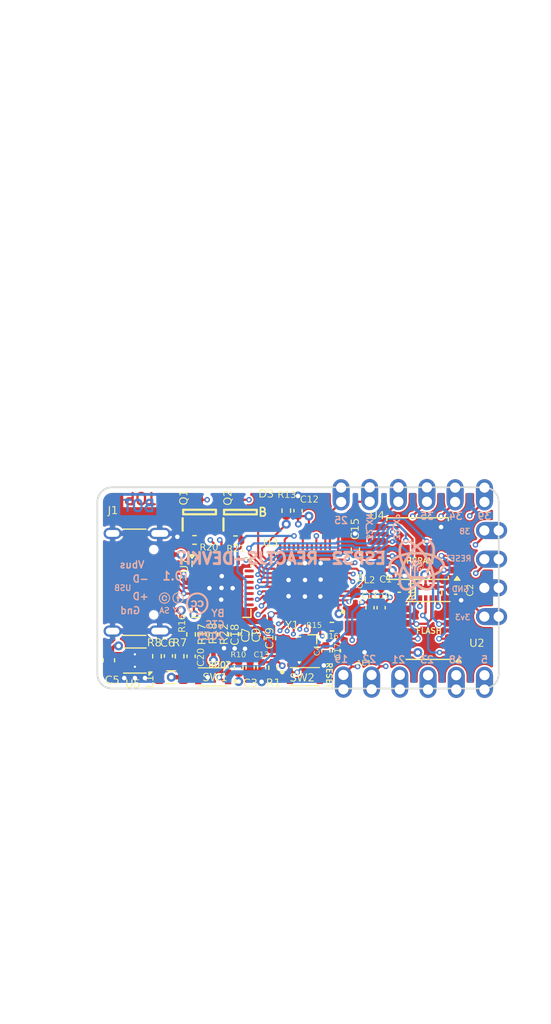
<source format=kicad_pcb>
(kicad_pcb (version 20240108) (generator "pcbnew") (generator_version "8.0")
  (title_block (title "Obsidian Boa") (date "2020-07-07") (rev "r0.1") (company "GsD") (comment 1 "Inspired by 1BitSquared iceBitsy design") (comment 3 "© 2020 Greg Davill <greg.davill@gmail.com>") (comment 4 "License: CC BY-SA 4.0"))
  (layers (0 "F.Cu" signal) (1 "In1.Cu" signal) (2 "In2.Cu" signal) (31 "B.Cu" signal) (34 "B.Paste" user) (35 "F.Paste" user) (36 "B.SilkS" user "B.Silkscreen") (37 "F.SilkS" user "F.Silkscreen") (38 "B.Mask" user) (39 "F.Mask" user) (44 "Edge.Cuts" user))
  (net 0 "")
  (net 1 "+3V3")
  (net 2 "GND")
  (net 3 "/USB_N")
  (net 4 "/USB_P")
  (net 5 "VBUS")
  (net 6 "/SPI_~{HLD}-IO3")
  (net 7 "/SPI_~{WP}-IO2")
  (net 8 "/RAM_~{CS}")
  (net 9 "/~{CRESET}")
  (net 10 "Net-(AE1-A)")
  (net 11 "/U0RXD")
  (net 12 "/U0TXD")
  (net 13 "/SPI_COPI-IO0")
  (net 14 "/SPI_CIPO-IO1")
  (net 15 "Net-(D3-A)")
  (net 16 "/GPIO11-~{LEDB}")
  (net 17 "/GPIO0-BOOT")
  (net 18 "/GPIO38")
  (net 19 "/GPIO35")
  (net 20 "/GPIO39")
  (net 21 "/SBU1")
  (net 22 "/SBU2")
  (net 23 "/GPIO34")
  (net 24 "Net-(U3-XTAL_N)")
  (net 25 "Net-(U3-XTAL_P)")
  (net 26 "Net-(U3-LNA_IN)")
  (net 27 "Net-(U3-CAP1)")
  (net 28 "Net-(U3-CAP2)")
  (net 29 "/RTS")
  (net 30 "Net-(Q1-B)")
  (net 31 "Net-(Q2-B)")
  (net 32 "/DTR")
  (net 33 "Net-(U7-VBUS)")
  (net 34 "Net-(U7-~{RST})")
  (net 35 "Net-(U7-~{SUSPEND})")
  (net 54 "Net-(U5-FB)")
  (net 55 "Net-(U5-SW)")
  (net 56 "/SPI_SCK")
  (net 57 "/SPI_~{CS}")
  (net 58 "/GPIO25")
  (net 59 "Net-(P16-Pin_1)")
  (net 60 "Net-(P17-Pin_1)")
  (net 61 "/GPIO21")
  (net 62 "/GPIO22")
  (net 63 "/GPIO19")
  (net 64 "/GPIO23")
  (net 65 "/GPIO18-DAC_2")
  (net 66 "/GPIO5")
  (footprint "V1-foot:EVPBB2A9B000" (layer "F.Cu") (at 110.5156 107.874 180)
    (property "Reference" "SW1")
    (property "Value" "TACT" (hide yes))
  )
  (footprint "V1-foot:Pin_Header_Straight_Round_1x01_Castellated" (layer "F.Cu") (at 134.29 100 90)
    (property "Reference" "P25" (hide yes))
    (property "Value" "GND" (hide yes))
  )
  (footprint "V1-foot:Pin_Header_Straight_Round_1x01_Castellated" (layer "F.Cu") (at 134.29 102.54 90)
    (property "Reference" "P28" (hide yes))
    (property "Value" "3V3" (hide yes))
  )
  (footprint "V1-foot:Pin_Header_Straight_Round_1x01_Castellated" (layer "F.Cu") (at 129.3 107.7215)
    (property "Reference" "P7" (hide yes))
    (property "Value" "7" (hide yes))
  )
  (footprint "V1-foot:Pin_Header_Straight_Round_1x01_Castellated" (layer "F.Cu") (at 129.2 92.38 180)
    (property "Reference" "P18" (hide yes))
    (property "Value" "18" (hide yes))
  )
  (footprint "V1-foot:Pin_Header_Straight_Round_1x01_Castellated" (layer "F.Cu") (at 124.13 92.38 180)
    (property "Reference" "P17" (hide yes))
    (property "Value" "17" (hide yes))
  )
  (footprint "V1-foot:Pin_Header_Straight_Round_1x01_Castellated" (layer "F.Cu") (at 121.6 92.4 180)
    (property "Reference" "P15" (hide yes))
    (property "Value" "15" (hide yes))
  )
  (footprint "V1-foot:Pin_Header_Straight_Round_1x01_Castellated" (layer "F.Cu") (at 126.8 107.7)
    (property "Reference" "P12" (hide yes))
    (property "Value" "12" (hide yes))
  )
  (footprint "V1-foot:Pin_Header_Straight_Round_1x01_Castellated" (layer "F.Cu") (at 134.3 92.4 180)
    (property "Reference" "P14" (hide yes))
    (property "Value" "14" (hide yes))
  )
  (footprint "V1-foot:Pin_Header_Straight_Round_1x01_Castellated" (layer "F.Cu") (at 131.7 92.4 180)
    (property "Reference" "P13" (hide yes))
    (property "Value" "13" (hide yes))
  )
  (footprint "V1-foot:Pin_Header_Straight_Round_1x01_Castellated" (layer "F.Cu") (at 134.3 107.7215)
    (property "Reference" "P9" (hide yes))
    (property "Value" "9" (hide yes))
  )
  (footprint "V1-foot:Pin_Header_Straight_Round_1x01_Castellated" (layer "F.Cu") (at 131.8 107.7215)
    (property "Reference" "P8" (hide yes))
    (property "Value" "8" (hide yes))
  )
  (footprint "V1-foot:LED_0603_1608Metric_Compact" (layer "F.Cu") (at 115.4432 93.269 90)
    (property "Reference" "D3")
    (property "Value" "BLU")
  )
  (footprint "Capacitor_SMD:C_0402_1005Metric" (layer "F.Cu") (at 114.0716 104.1148 -90)
    (property "Reference" "C9")
    (property "Value" "100n")
  )
  (footprint "V1-foot:Pin_Header_Straight_Round_1x01_Castellated" (layer "F.Cu") (at 134.29 97.46 90)
    (property "Reference" "P31" (hide yes))
    (property "Value" "CRESET" (hide yes))
  )
  (footprint "V1-foot:Pin_Header_Straight_Round_1x01_Castellated" (layer "F.Cu") (at 134.29 94.92 90)
    (property "Reference" "P30" (hide yes))
    (property "Value" "CDONE" (hide yes))
  )
  (footprint "V1-foot:Pin_Header_Straight_Round_1x01_Castellated" (layer "F.Cu") (at 124.3 107.7)
    (property "Reference" "P11" (hide yes))
    (property "Value" "11" (hide yes))
  )
  (footprint "V1-foot:Pin_Header_Straight_Round_1x01_Castellated" (layer "F.Cu") (at 121.8 107.7)
    (property "Reference" "P10" (hide yes))
    (property "Value" "10" (hide yes))
  )
  (footprint "V1-foot:Pin_Header_Straight_Round_1x01_Castellated" (layer "F.Cu") (at 126.67 92.38 180)
    (property "Reference" "P16" (hide yes))
    (property "Value" "16" (hide yes))
  )
  (footprint "V1-foot:USB_C_Receptacle_HRO_TYPE-C-31-M-12" (layer "F.Cu") (at 102.4 99.5 -90)
    (property "Reference" "J1")
    (property "Value" "USB_C")
  )
  (footprint "Capacitor_SMD:C_0603_1608Metric" (layer "F.Cu") (at 115.2908 104.445 -90)
    (property "Reference" "C19")
    (property "Value" "10u")
  )
  (footprint "Resistor_SMD:R_0402_1005Metric" (layer "F.Cu") (at 116.7386 93.1674 -90)
    (property "Reference" "R13")
    (property "Value" "2k2")
  )
  (footprint "Resistor_SMD:R_0402_1005Metric" (layer "F.Cu") (at 112.5222 107.0612 -90)
    (property "Reference" "R10")
    (property "Value" "10k")
  )
  (footprint "Capacitor_SMD:C_0402_1005Metric" (layer "F.Cu") (at 117.78 93.1674 90)
    (property "Reference" "C12")
    (property "Value" "100n")
  )
  (footprint "Package_DFN_QFN:QFN-28-1EP_5x5mm_P0.5mm_EP3.35x3.35mm" (layer "F.Cu") (at 111 100)
    (property "Reference" "U7")
    (property "Value" "CP2102N-Axx-xQFN28")
  )
  (footprint "Resistor_SMD:R_0402_1005Metric" (layer "F.Cu") (at 115.5702 107.0612 90)
    (property "Reference" "R1")
    (property "Value" "10k")
  )
  (footprint "Package_SON:WSON-6-1EP_2x2mm_P0.65mm_EP1x1.6mm_ThermalVias" (layer "F.Cu") (at 103.3259 106.4262 180)
    (property "Reference" "U5")
    (property "Value" "TPS62290")
  )
  (footprint "Capacitor_SMD:C_0402_1005Metric" (layer "F.Cu") (at 113.5382 107.0612 90)
    (property "Reference" "C3")
    (property "Value" "18pF")
  )
  (footprint "Package_SO:SOIC-8_5.23x5.23mm_P1.27mm" (layer "F.Cu") (at 128.3718 96.5202 180)
    (property "Reference" "U4")
    (property "Value" "W25Q128JV")
  )
  (footprint "Resistor_SMD:R_0402_1005Metric" (layer "F.Cu") (at 108.3058 104.1148 90)
    (property "Reference" "R16")
    (property "Value" "22.1K")
  )
  (footprint "V1-foot:QFN40P600X600X90-49N-D" (layer "F.Cu") (at 118.399549 99.299999 180)
    (property "Reference" "U3")
    (property "Value" "ESP32-D0WDQ6" (hide yes))
  )
  (footprint "Resistor_SMD:R_0402_1005Metric" (layer "F.Cu") (at 112.2428 95.7836)
    (property "Reference" "R21")
    (property "Value" "10K")
  )
  (footprint "Capacitor_SMD:C_0603_1608Metric" (layer "F.Cu") (at 122.8346 101.2192 -90)
    (property "Reference" "C14")
    (property "Value" "10u")
  )
  (footprint "Resistor_SMD:R_Array_Convex_4x0402" (layer "F.Cu") (at 129.337 100.4064 90)
    (property "Reference" "RN1")
    (property "Value" "10k")
  )
  (footprint "V1-foot:SOT95P240X115-3N" (layer "F.Cu") (at 109.0576 93.2866 90)
    (property "Reference" "Q1")
    (property "Value" "SS8050-G" (hide yes))
  )
  (footprint "Inductor_SMD:L_0402_1005Metric" (layer "F.Cu") (at 124.6634 100.0254 180)
    (property "Reference" "L2")
    (property "Value" "2.7nH")
  )
  (footprint "Capacitor_SMD:C_0402_1005Metric" (layer "F.Cu") (at 124.1554 101.7526 -90)
    (property "Reference" "C11")
    (property "Value" "1pF")
  )
  (footprint "Capacitor_SMD:C_0402_1005Metric" (layer "F.Cu") (at 108.3058 106.0452 90)
    (property "Reference" "C20")
    (property "Value" "4.7uF")
  )
  (footprint "V1-foot:EVPBB2A9B000" (layer "F.Cu") (at 118.1348 107.8486)
    (property "Reference" "SW2")
    (property "Value" "TACT" (hide yes))
  )
  (footprint "Capacitor_SMD:C_0402_1005Metric" (layer "F.Cu") (at 120.2438 105.5626 90)
    (property "Reference" "C4")
    (property "Value" "18pF")
  )
  (footprint "Resistor_SMD:R_0402_1005Metric" (layer "F.Cu") (at 105.2832 106.0452 -90)
    (property "Reference" "R8")
    (property "Value" "100k")
  )
  (footprint "Resistor_SMD:R_0402_1005Metric" (layer "F.Cu") (at 111.2522 104.1148 90)
    (property "Reference" "R22")
    (property "Value" "10K")
  )
  (footprint "Capacitor_SMD:C_0402_1005Metric" (layer "F.Cu") (at 131.75 100.2032)
    (property "Reference" "C2")
    (property "Value" "2.2uF")
  )
  (footprint "Capacitor_SMD:C_0402_1005Metric" (layer "F.Cu") (at 126.7462 100.0254)
    (property "Reference" "C1")
    (property "Value" "2.2uF")
  )
  (footprint "Capacitor_SMD:C_0402_1005Metric" (layer "F.Cu") (at 125.146 101.7526 -90)
    (property "Reference" "C10")
    (property "Value" "1pF")
  )
  (footprint "Crystal:Crystal_SMD_Abracon_ABM10-4Pin_2.5x2.0mm" (layer "F.Cu") (at 117.9 105.4356 -90)
    (property "Reference" "Y1")
    (property "Value" "40MHz")
  )
  (footprint "Capacitor_SMD:C_0402_1005Metric" (layer "F.Cu") (at 112.192 104.0894 -90)
    (property "Reference" "C18")
    (property "Value" "0.1uF")
  )
  (footprint "Capacitor_SMD:C_0402_1005Metric" (layer "F.Cu") (at 122.86 96.571 90)
    (property "Reference" "C15")
    (property "Value" "100n")
  )
  (footprint "Resistor_SMD:R_0402_1005Metric" (layer "F.Cu") (at 109.2964 104.1148 90)
    (property "Reference" "R17")
    (property "Value" "47.5K")
  )
  (footprint "Capacitor_SMD:C_0402_1005Metric" (layer "F.Cu") (at 121.1836 105.5626 90)
    (property "Reference" "C17")
    (property "Value" "10nF")
  )
  (footprint "V1-foot:SOT95P240X115-3N" (layer "F.Cu") (at 112.6746 93.2944 90)
    (property "Reference" "Q2")
    (property "Value" "SS8050-G" (hide yes))
  )
  (footprint "V1-foot:0479480001" (layer "F.Cu") (at 123.6728 104.6228 180)
    (property "Reference" "AE1")
    (property "Value" "Antenna")
  )
  (footprint "Capacitor_SMD:C_0402_1005Metric" (layer "F.Cu") (at 106.2992 106.0198 90)
    (property "Reference" "C6")
    (property "Value" "22pF")
  )
  (footprint "Inductor_SMD:L_0805_2012Metric" (layer "F.Cu") (at 106.5532 107.8994)
    (property "Reference" "L1")
    (property "Value" "2.2uH")
  )
  (footprint "Resistor_SMD:R_0402_1005Metric" (layer "F.Cu") (at 110.287 104.1148 -90)
    (property "Reference" "R18")
    (property "Value" "2K")
  )
  (footprint "Package_SO:SOIC-8_3.9x4.9mm_P1.27mm" (layer "F.Cu") (at 129.3 103.765 180)
    (property "Reference" "U2")
    (property "Value" "LY68L6400SLIT")
  )
  (footprint "Capacitor_SMD:C_0402_1005Metric" (layer "F.Cu") (at 114.5542 107.0612 -90)
    (property "Reference" "C13")
    (property "Value" "100n")
  )
  (footprint "Capacitor_SMD:C_0603_1608Metric" (layer "F.Cu") (at 101.016 106.4008 -90)
    (property "Reference" "C5")
    (property "Value" "10u")
  )
  (footprint "Resistor_SMD:R_0402_1005Metric" (layer "F.Cu") (at 107.2898 106.0452 90)
    (property "Reference" "R7")
    (property "Value" "453k")
  )
  (footprint "Resistor_SMD:R_0402_1005Metric" (layer "F.Cu") (at 120.7772 103.429 180)
    (property "Reference" "R15")
    (property "Value" "20K")
  )
  (footprint "Capacitor_SMD:C_0201_0603Metric" (layer "F.Cu") (at 120.955 104.2672)
    (property "Reference" "C16")
    (property "Value" "3.3nF")
  )
  (footprint "Resistor_SMD:R_0402_1005Metric" (layer "F.Cu") (at 108.6106 95.7582)
    (property "Reference" "R20")
    (property "Value" "10K")
  )
  (footprint "Capacitor_SMD:C_0402_1005Metric" (layer "F.Cu") (at 113.081 104.0894 -90)
    (property "Reference" "C7")
    (property "Value" "2.2uF")
  )
  (footprint "V1-foot:Symbol_CC_SilkScreen_2mm" (layer "B.Cu") (at 108.85 101.4 180)
    (property "Reference" "REF**" (hide yes))
    (property "Value" "Symbol_CC_SilkScreen_2mm" (hide yes))
  )
  (footprint "V1-foot:Symbol_CC-SA_SilkScreen_1mm" (layer "B.Cu") (at 105.95 100.9 180)
    (property "Reference" "REF**" (hide yes))
    (property "Value" "Symbol_CC-SA_SilkScreen_1mm" (hide yes))
  )
  (footprint "V1-foot:Symbol_CC-BY_SilkScreen_1mm" (layer "B.Cu") (at 107.15 100.9 180)
    (property "Reference" "REF**" (hide yes))
    (property "Value" "Symbol_CC-BY_SilkScreen_1mm" (hide yes))
  )
  (footprint "V1-foot:Logo" (layer "B.Cu") (at 128.3 98 180)
    (property "Reference" "G***" (hide yes))
    (property "Value" "LOGO" (hide yes))
  )
  (gr_line (start 117.88 106.61) (end 118.71 106.06) (stroke (width 0.2)) (layer "F.Cu") (net 2))
  (gr_line (start 101.3 91.1) (end 134.26 91.1) (stroke (width 0.15)) (layer "Edge.Cuts"))
  (gr_line (start 135.56 92.4) (end 135.56 107.6) (stroke (width 0.15)) (layer "Edge.Cuts"))
  (gr_line (start 100 107.6) (end 100 92.4) (stroke (width 0.15)) (layer "Edge.Cuts"))
  (gr_line (start 134.26 108.9) (end 101.3 108.9) (stroke (width 0.15)) (layer "Edge.Cuts"))
  (gr_arc (start 135.56 107.6) (mid 135.179239 108.519239) (end 134.26 108.9) (stroke (width 0.15)) (layer "Edge.Cuts"))
  (gr_arc (start 100 92.4) (mid 100.380761 91.480761) (end 101.3 91.1) (stroke (width 0.15)) (layer "Edge.Cuts"))
  (gr_arc (start 101.3 108.9) (mid 100.380761 108.519239) (end 100 107.6) (stroke (width 0.15)) (layer "Edge.Cuts"))
  (gr_arc (start 134.26 91.1) (mid 135.179239 91.480761) (end 135.56 92.4) (stroke (width 0.15)) (layer "Edge.Cuts"))
  (gr_text "TOP" (at 103.77 91.47 180) (layer "F.Cu") (effects (font (size 1 1) (thickness 0.2) (bold yes)) (justify bottom)))
  (gr_text "BOT" (at 103.7 93.34 0) (layer "B.Cu") (effects (font (size 1 1) (thickness 0.2) (bold yes)) (justify bottom mirror)))
  (gr_text "SA" (at 105.95 102 0) (layer "B.SilkS") (effects (font (size 0.5 0.5) (thickness 0.1)) (justify mirror)))
  (gr_text "3v3" (at 133.1 102.6 0) (layer "B.SilkS") (effects (font (size 0.5 0.5) (thickness 0.1)) (justify left mirror)))
  (gr_text "RESET" (at 133.2 97.4 0) (layer "B.SilkS") (effects (font (size 0.5 0.5) (thickness 0.1)) (justify left mirror)))
  (gr_text "GND" (at 133 100.1 0) (layer "B.SilkS") (effects (font (size 0.5 0.5) (thickness 0.1)) (justify left mirror)))
  (gr_text "USB" (at 102.25 100 0) (layer "B.SilkS") (effects (font (size 0.5 0.5) (thickness 0.1)) (justify mirror)))
  (gr_text "BY\nGTS\n2025" (at 111.35 103.25 0) (layer "B.SilkS") (effects (font (size 0.625 0.625) (thickness 0.125)) (justify left mirror)))
  (gr_text "Vbus" (at 101.9 97.95 0) (layer "B.SilkS") (effects (font (size 0.625 0.625) (thickness 0.125)) (justify right mirror)))
  (gr_text "39" (at 134.29 93.65 0) (layer "B.SilkS") (effects (font (size 0.625 0.625) (thickness 0.125)) (justify mirror)))
  (gr_text "34" (at 131.75 93.65 0) (layer "B.SilkS") (effects (font (size 0.625 0.625) (thickness 0.125)) (justify mirror)))
  (gr_text "Gnd" (at 101.95 102 0) (layer "B.SilkS") (effects (font (size 0.625 0.625) (thickness 0.125)) (justify right mirror)))
  (gr_text "35" (at 129.21 93.65 0) (layer "B.SilkS") (effects (font (size 0.625 0.625) (thickness 0.125)) (justify mirror)))
  (gr_text "38" (at 133.1 95 0) (layer "B.SilkS") (effects (font (size 0.5 0.5) (thickness 0.1)) (justify left mirror)))
  (gr_text "-D" (at 103.05 99.2 0) (layer "B.SilkS") (effects (font (size 0.625 0.625) (thickness 0.125)) (justify right mirror)))
  (gr_text "32_XP" (at 126.5 94.6 270) (layer "B.SilkS") (effects (font (size 0.5 0.5) (thickness 0.125)) (justify mirror)))
  (gr_text "18" (at 131.75 106.35 0) (layer "B.SilkS") (effects (font (size 0.625 0.625) (thickness 0.125)) (justify mirror)))
  (gr_text "21" (at 126.67 106.35 0) (layer "B.SilkS") (effects (font (size 0.625 0.625) (thickness 0.125)) (justify mirror)))
  (gr_text "+D" (at 103.05 100.75 0) (layer "B.SilkS") (effects (font (size 0.625 0.625) (thickness 0.125)) (justify right mirror)))
  (gr_text "5" (at 134.29 106.35 0) (layer "B.SilkS") (effects (font (size 0.625 0.625) (thickness 0.125)) (justify mirror)))
  (gr_text "25" (at 121.59 94.031 0) (layer "B.SilkS") (effects (font (size 0.625 0.625) (thickness 0.125)) (justify mirror)))
  (gr_text "23" (at 129.21 106.35 0) (layer "B.SilkS") (effects (font (size 0.625 0.625) (thickness 0.125)) (justify mirror)))
  (gr_text "32_XN" (at 124.1 94.6 270) (layer "B.SilkS") (effects (font (size 0.5 0.5) (thickness 0.125)) (justify mirror)))
  (gr_text "ESP32-REACTJS-DEVKIT" (at 116.3 97.4 0) (layer "B.SilkS") (effects (font (size 1 1) (thickness 0.25)) (justify mirror)))
  (gr_text "r0.1" (at 106.9 98.95 0) (layer "B.SilkS") (effects (font (size 0.75 0.75)) (justify mirror)))
  (gr_text "BY" (at 107.15 102 0) (layer "B.SilkS") (effects (font (size 0.5 0.5) (thickness 0.1)) (justify mirror)))
  (gr_text "19" (at 121.6 106.3 0) (layer "B.SilkS") (effects (font (size 0.625 0.625) (thickness 0.125)) (justify mirror)))
  (gr_text "22" (at 124.1 106.3 0) (layer "B.SilkS") (effects (font (size 0.625 0.625) (thickness 0.125)) (justify mirror)))
  (gr_text "PSRAM" (at 128.6 97.6 0) (layer "F.SilkS") (effects (font (size 0.5 0.5) (thickness 0.1))))
  (gr_text "FLASH" (at 129.38 103.79 0) (layer "F.SilkS") (effects (font (size 0.5 0.5) (thickness 0.1))))
  (gr_text "BOOT" (at 110.8 106.8 0) (layer "F.SilkS") (effects (font (size 0.5 0.5) (thickness 0.1))))
  (gr_text "RESET" (at 120.54 107.73 -90) (layer "F.SilkS") (effects (font (size 0.5 0.5) (thickness 0.1))))
  (gr_text "B" (at 114.65 93.3 0) (layer "F.SilkS") (effects (font (size 0.75 0.75) (thickness 0.15) (bold yes))))
  (segment (start 134.6122 102.8622) (end 134.29 102.54) (width 0.2) (layer "F.Cu") (net 1))
  (segment (start 115.1998 102.25) (end 115.1638 102.286) (width 0.2) (layer "F.Cu") (net 1))
  (segment (start 107.6157 106.8811) (end 107.2898 106.5552) (width 0.4) (layer "F.Cu") (net 1))
  (segment (start 116.7386 93.6524) (end 116.7386 94.3612) (width 0.2) (layer "F.Cu") (net 1))
  (segment (start 117.78 93.6524) (end 117.78 94.3358) (width 0.2) (layer "F.Cu") (net 1))
  (segment (start 113.081 103.6094) (end 112.192 103.6094) (width 0.4) (layer "F.Cu") (net 1))
  (segment (start 115.2885 103.6298) (end 115.3162 103.6575) (width 0.2) (layer "F.Cu") (net 1))
  (segment (start 107.2344 106.4998) (end 107.2898 106.5552) (width 0.2) (layer "F.Cu") (net 1))
  (segment (start 129.0068 98.8316) (end 129.083 98.9078) (width 0.2) (layer "F.Cu") (net 1))
  (segment (start 122.8346 100.3624) (end 124.7718 98.4252) (width 0.3) (layer "F.Cu") (net 1))
  (segment (start 108.55 101.5) (end 108.55 102.3524) (width 0.2) (layer "F.Cu") (net 1))
  (segment (start 106.2992 106.4998) (end 107.2344 106.4998) (width 0.4) (layer "F.Cu") (net 1))
  (segment (start 129.083 98.9078) (end 129.083 99.9024) (width 0.2) (layer "F.Cu") (net 1))
  (segment (start 126.2612 98.9102) (end 126.2612 100.0254) (width 0.2) (layer "F.Cu") (net 1))
  (segment (start 124.2292 98.4252) (end 124.7718 98.4252) (width 0.2) (layer "F.Cu") (net 1))
  (segment (start 115.3162 103.6575) (end 115.3162 102.4384) (width 0.4) (layer "F.Cu") (net 1))
  (segment (start 131.6992 99.3904) (end 132.5628 99.3904) (width 0.2) (layer "F.Cu") (net 1))
  (segment (start 114.0716 103.6298) (end 115.2885 103.6298) (width 0.4) (layer "F.Cu") (net 1))
  (segment (start 133.0708 101.3208) (end 134.29 102.54) (width 0.2) (layer "F.Cu") (net 1))
  (segment (start 116.7386 93.6524) (end 117.78 93.6524) (width 0.2) (layer "F.Cu") (net 1))
  (segment (start 112.5222 107.5462) (end 112.5222 108.2804) (width 0.2) (layer "F.Cu") (net 1))
  (segment (start 115.5702 106.5512) (end 116.0508 106.5512) (width 0.2) (layer "F.Cu") (net 1))
  (segment (start 132.5628 99.3904) (end 133.0708 99.8984) (width 0.2) (layer "F.Cu") (net 1))
  (segment (start 107.6157 107.8994) (end 106.5532 107.8994) (width 0.4) (layer "F.Cu") (net 1))
  (segment (start 118.6 102.25) (end 118.6 103.625) (width 0.18) (layer "F.Cu") (net 1))
  (segment (start 117.78 93.6524) (end 118.7428 93.6524) (width 0.2) (layer "F.Cu") (net 1))
  (segment (start 131.265 100.2032) (end 130.9626 100.2032) (width 0.2) (layer "F.Cu") (net 1))
  (segment (start 122.7029 100.3) (end 122.8346 100.4317) (width 0.2) (layer "F.Cu") (net 1))
  (segment (start 114.0716 103.6298) (end 113.1014 103.6298) (width 0.4) (layer "F.Cu") (net 1))
  (segment (start 129.083 99.9024) (end 129.087 99.9064) (width 0.2) (layer "F.Cu") (net 1))
  (segment (start 114.962174 97.5) (end 114.5994 97.137226) (width 0.18) (layer "F.Cu") (net 1))
  (segment (start 119.8 103.027986) (end 119.7472 103.080786) (width 0.18) (layer "F.Cu") (net 1))
  (segment (start 122.86 97.056) (end 124.2292 98.4252) (width 0.2) (layer "F.Cu") (net 1))
  (segment (start 108.2758 106.5552) (end 108.3058 106.5252) (width 0.2) (layer "F.Cu") (net 1))
  (segment (start 116.0508 106.5512) (end 116.383 106.8834) (width 0.2) (layer "F.Cu") (net 1))
  (segment (start 122.8346 100.4317) (end 122.8346 100.3624) (width 0.2) (layer "F.Cu") (net 1))
  (segment (start 110.287 104.6248) (end 110.287 106.5024) (width 0.4) (layer "F.Cu") (net 1))
  (segment (start 130.6498 99.9064) (end 130.087 99.9064) (width 0.2) (layer "F.Cu") (net 1))
  (segment (start 112.192 103.6094) (end 112.1386 103.6094) (width 0.2) (layer "F.Cu") (net 1))
  (segment (start 129.587 99.9064) (end 129.087 99.9064) (width 0.2) (layer "F.Cu") (net 1))
  (segment (start 114.5542 106.5762) (end 115.5452 106.5762) (width 0.2) (layer "F.Cu") (net 1))
  (segment (start 133.0708 99.8984) (end 133.0708 101.3208) (width 0.2) (layer "F.Cu") (net 1))
  (segment (start 118.7452 94.9454) (end 118.2 95.4906) (width 0.18) (layer "F.Cu") (net 1))
  (segment (start 114.5994 97.137226) (end 114.5994 96.5004) (width 0.18) (layer "F.Cu") (net 1))
  (segment (start 119.8 102.25) (end 119.8 103.027986) (width 0.18) (layer "F.Cu") (net 1))
  (segment (start 122.8092 100.4063) (end 122.8346 100.4317) (width 0.2) (layer "F.Cu") (net 1))
  (segment (start 108.55 101) (end 108.55 101.5) (width 0.2) (layer "F.Cu") (net 1))
  (segment (start 121.35 101.5) (end 121.35 102.2238) (width 0.2) (layer "F.Cu") (net 1))
  (segment (start 115.45 97.5) (end 114.962174 97.5) (width 0.18) (layer "F.Cu") (net 1))
  (segment (start 121.35 100.7) (end 122.5663 100.7) (width 0.18) (layer "F.Cu") (net 1))
  (segment (start 107.2898 106.5552) (end 108.2758 106.5552) (width 0.4) (layer "F.Cu") (net 1))
  (segment (start 124.7718 98.4252) (end 125.781 98.4252) (width 0.3) (layer "F.Cu") (net 1))
  (segment (start 131.265 100.2032) (end 131.265 99.8246) (width 0.2) (layer "F.Cu") (net 1))
  (segment (start 121.35 102.2238) (end 121.4122 102.286) (width 0.2) (layer "F.Cu") (net 1))
  (segment (start 126.8366 105.715) (end 128.3972 105.715) (width 0.2) (layer "F.Cu") (net 1))
  (segment (start 114.5994 96.5004) (end 116.7386 94.3612) (width 0.18) (layer "F.Cu") (net 1))
  (segment (start 108.55 102.3524) (end 108.5598 102.3622) (width 0.2) (layer "F.Cu") (net 1))
  (segment (start 130.087 99.9064) (end 129.587 99.9064) (width 0.2) (layer "F.Cu") (net 1))
  (segment (start 126.2636 98.9078) (end 126.2612 98.9102) (width 0.2) (layer "F.Cu") (net 1))
  (segment (start 118.2 95.4906) (end 118.2 96.35) (width 0.18) (layer "F.Cu") (net 1))
  (segment (start 129.087 99.9064) (end 128.587 99.9064) (width 0.2) (layer "F.Cu") (net 1))
  (segment (start 118.7428 93.6524) (end 118.7452 93.65) (width 0.2) (layer "F.Cu") (net 1))
  (segment (start 119.881078 104.259968) (end 119.933597 104.259968) (width 0.18) (layer "F.Cu") (net 1))
  (segment (start 119.7472 103.080786) (end 119.7472 104.12609) (width 0.18) (layer "F.Cu") (net 1))
  (segment (start 130.9626 100.2032) (end 130.6578 99.8984) (width 0.2) (layer "F.Cu") (net 1))
  (segment (start 131.265 99.8246) (end 131.6992 99.3904) (width 0.2) (layer "F.Cu") (net 1))
  (segment (start 122.5663 100.7) (end 122.8346 100.4317) (width 0.2) (layer "F.Cu") (net 1))
  (segment (start 118.7452 93.65) (end 118.7452 94.9454) (width 0.18) (layer "F.Cu") (net 1))
  (segment (start 115.3162 102.4384) (end 115.1638 102.286) (width 0.2) (layer "F.Cu") (net 1))
  (segment (start 115.5452 106.5762) (end 115.5702 106.5512) (width 0.2) (layer "F.Cu") (net 1))
  (segment (start 121.35 100.3) (end 122.7029 100.3) (width 0.18) (layer "F.Cu") (net 1))
  (segment (start 130.6578 99.8984) (end 130.6498 99.9064) (width 0.2) (layer "F.Cu") (net 1))
  (segment (start 113.1014 103.6298) (end 113.081 103.6094) (width 0.2) (layer "F.Cu") (net 1))
  (segment (start 116.2 102.25) (end 115.1998 102.25) (width 0.2) (layer "F.Cu") (net 1))
  (segment (start 117.78 94.3358) (end 117.8054 94.3612) (width 0.2) (layer "F.Cu") (net 1))
  (segment (start 107.6157 107.8994) (end 107.6157 106.8811) (width 0.4) (layer "F.Cu") (net 1))
  (segment (start 125.781 98.4252) (end 126.2636 98.9078) (width 0.2) (layer "F.Cu") (net 1))
  (segment (start 119.7472 104.12609) (end 119.881078 104.259968) (width 0.18) (layer "F.Cu") (net 1))
  (segment (start 118.6 103.625) (end 118.5166 103.7084) (width 0.18) (layer "F.Cu") (net 1))
  (via (at 106.5532 107.8994) (size 0.8) (drill 0.4) (layers "F.Cu" "B.Cu") (net 1))
  (via (at 119.933597 104.259968) (size 0.45) (drill 0.2) (layers "F.Cu" "B.Cu") (net 1))
  (via (at 116.383 106.8834) (size 0.6) (drill 0.3) (layers "F.Cu" "B.Cu") (net 1))
  (via (at 116.7386 94.3612) (size 0.8) (drill 0.4) (layers "F.Cu" "B.Cu") (net 1))
  (via (at 108.5598 102.3622) (size 0.8) (drill 0.4) (layers "F.Cu" "B.Cu") (net 1))
  (via (at 118.5166 103.7084) (size 0.45) (drill 0.2) (layers "F.Cu" "B.Cu") (net 1))
  (via (at 112.5222 108.2804) (size 0.8) (drill 0.4) (layers "F.Cu" "B.Cu") (net 1))
  (via (at 118.7452 93.65) (size 0.8) (drill 0.4) (layers "F.Cu" "B.Cu") (net 1))
  (via (at 115.404775 102.349175) (size 0.6) (drill 0.4) (layers "F.Cu" "B.Cu") (net 1))
  (via (at 128.3972 105.715) (size 0.8) (drill 0.4) (layers "F.Cu" "B.Cu") (net 1))
  (via (at 129.0068 98.8316) (size 0.8) (drill 0.4) (layers "F.Cu" "B.Cu") (net 1))
  (via (at 121.4122 102.286) (size 0.8) (drill 0.4) (layers "F.Cu" "B.Cu") (net 1))
  (via (at 117.8054 94.3612) (size 0.6) (drill 0.3) (layers "F.Cu" "B.Cu") (net 1))
  (via (at 126.1366 98.4506) (size 0.8) (drill 0.4) (layers "F.Cu" "B.Cu") (net 1))
  (via (at 110.287 106.4008) (size 0.8) (drill 0.4) (layers "F.Cu" "B.Cu") (net 1))
  (segment (start 117.8054 94.3612) (end 118.034 94.3612) (width 0.2) (layer "B.Cu") (net 1))
  (segment (start 121.349025 102.349175) (end 121.4122 102.286) (width 0.2) (layer "B.Cu") (net 1))
  (segment (start 106.3246 104.8006) (end 104.4015 104.8006) (width 0.3) (layer "F.Cu") (net 2))
  (segment (start 122.5978 105.6978) (end 124.7478 105.6978) (width 0.4) (layer "F.Cu") (net 2))
  (segment (start 127.2312 100.0254) (end 127.2312 98.9356) (width 0.2) (layer "F.Cu") (net 2))
  (segment (start 132.235 100.2032) (end 132.235 101.4566) (width 0.2) (layer "F.Cu") (net 2))
  (segment (start 127.2312 98.9356) (end 127.2288 98.9332) (width 0.2) (layer "F.Cu") (net 2))
  (segment (start 111.2268 104.6502) (end 111.2522 104.6248) (width 0.2) (layer "F.Cu") (net 2))
  (segment (start 109.8044 107.9248) (end 109.779 107.8994) (width 0.2) (layer "F.Cu") (net 2))
  (segment (start 106.9088 104.2164) (end 106.3246 104.8006) (width 0.3) (layer "F.Cu") (net 2))
  (segment (start 113.081 104.6302) (end 113.1114 104.5998) (width 0.2) (layer "F.Cu") (net 2))
  (segment (start 112.1666 104.5948) (end 112.192 104.5694) (width 0.2) (layer "F.Cu") (net 2))
  (segment (start 112.192 104.5694) (end 111.3076 104.5694) (width 0.3) (layer "F.Cu") (net 2))
  (segment (start 106.3154 96.25) (end 107.0866 95.4788) (width 0.2) (layer "F.Cu") (net 2))
  (segment (start 106.245 96.25) (end 106.3154 96.25) (width 0.2) (layer "F.Cu") (net 2))
  (segment (start 108.3058 105.5652) (end 109.0144 105.5652) (width 0.3) (layer "F.Cu") (net 2))
  (segment (start 105.1542 106.4262) (end 105.2832 106.5552) (width 0.2) (layer "F.Cu") (net 2))
  (segment (start 108.55 99.5) (end 110.5 99.5) (width 0.2) (layer "F.Cu") (net 2))
  (segment (start 122.8346 102.0067) (end 123.1649 102.0067) (width 0.2) (layer "F.Cu") (net 2))
  (segment (start 106.9088 103.4138) (end 106.9088 104.2164) (width 0.3) (layer "F.Cu") (net 2))
  (segment (start 101.89 107.0762) (end 102.4384 107.0762) (width 0.2) (layer "F.Cu") (net 2))
  (segment (start 114.0716 104.5998) (end 113.1114 104.5998) (width 0.3) (layer "F.Cu") (net 2))
  (segment (start 109.2964 105.2832) (end 109.2964 104.6248) (width 0.3) (layer "F.Cu") (net 2))
  (segment (start 104.2134 106.4262) (end 105.1542 106.4262) (width 0.3) (layer "F.Cu") (net 2))
  (segment (start 113.1114 104.5998) (end 113.081 104.5694) (width 0.2) (layer "F.Cu") (net 2))
  (segment (start 125.146 102.7686) (end 125.146 102.2376) (width 0.3) (layer "F.Cu") (net 2))
  (segment (start 119.7098 108.2236) (end 119.7098 107.4736) (width 0.3) (layer "F.Cu") (net 2))
  (segment (start 108.9406 105.639) (end 109.0144 105.5652) (width 0.2) (layer "F.Cu") (net 2))
  (segment (start 117.075 104.8106) (end 115.7381 104.8106) (width 0.2) (layer "F.Cu") (net 2))
  (segment (start 108.9406 107.499) (end 108.9406 108.249) (width 0.3) (layer "F.Cu") (net 2))
  (segment (start 103.3259 107.9741) (end 103.3274 107.9756) (width 0.2) (layer "F.Cu") (net 2))
  (segment (start 130.4546 94.6152) (end 131.9718 94.6152) (width 0.2) (layer "F.Cu") (net 2))
  (segment (start 102.4384 107.0762) (end 103.2259 107.0762) (width 0.2) (layer "F.Cu") (net 2))
  (segment (start 115.3162 105.2325) (end 114.6835 104.5998) (width 0.3) (layer "F.Cu") (net 2))
  (segment (start 123.1649 102.0067) (end 123.3958 102.2376) (width 0.3) (layer "F.Cu") (net 2))
  (segment (start 109.4294 108.249) (end 109.779 107.8994) (width 0.2) (layer "F.Cu") (net 2))
  (segment (start 124.7396 103.556) (end 124.7478 103.5478) (width 0.2) (layer "F.Cu") (net 2))
  (segment (start 119.7098 107.4736) (end 119.7098 107.2142) (width 0.2) (layer "F.Cu") (net 2))
  (segment (start 123.3958 102.2376) (end 124.1554 102.2376) (width 0.3) (layer "F.Cu") (net 2))
  (segment (start 104.4015 104.8006) (end 103.3259 105.8762) (width 0.3) (layer "F.Cu") (net 2))
  (segment (start 104.2134 106.4262) (end 103.3259 106.4262) (width 0.3) (layer "F.Cu") (net 2))
  (segment (start 124.7478 105.6978) (end 124.7478 103.5478) (width 0.4) (layer "F.Cu") (net 2))
  (segment (start 106.245 102.75) (end 106.9088 103.4138) (width 0.3) (layer "F.Cu") (net 2))
  (segment (start 111.2268 105.334) (end 111.2268 104.6502) (width 0.3) (layer "F.Cu") (net 2))
  (segment (start 124.1554 102.2376) (end 125.146 102.2376) (width 0.3) (layer "F.Cu") (net 2))
  (segment (start 101.7904 107.1758) (end 101.89 107.0762) (width 0.2) (layer "F.Cu") (net 2))
  (segment (start 118.738 106.0476) (end 120.2438 106.0476) (width 0.3) (layer "F.Cu") (net 2))
  (segment (start 120.2438 106.0476) (end 121.1786 106.0476) (width 0.3) (layer "F.Cu") (net 2))
  (segment (start 122.8346 96.0606) (end 122.86 96.086) (width 0.2) (layer "F.Cu") (net 2))
  (segment (start 121.1836 106.0426) (end 122.253 106.0426) (width 0.3) (layer "F.Cu") (net 2))
  (segment (start 111.3076 104.5694) (end 111.2522 104.6248) (width 0.2) (layer "F.Cu") (net 2))
  (segment (start 115.7381 104.8106) (end 115.3162 105.2325) (width 0.2) (layer "F.Cu") (net 2))
  (segment (start 117.075 104.6074) (end 117.075 104.8106) (width 0.2) (layer "F.Cu") (net 2))
  (segment (start 103.3259 106.9762) (end 103.3259 107.9741) (width 0.4) (layer "F.Cu") (net 2))
  (segment (start 109.0144 105.5652) (end 109.2964 105.2832) (width 0.3) (layer "F.Cu") (net 2))
  (segment (start 103.3274 107.9756) (end 104.2164 107.9756) (width 0.4) (layer "F.Cu") (net 2))
  (segment (start 117.78 92.6824) (end 117.78 91.872) (width 0.2) (layer "F.Cu") (net 2))
  (segment (start 101.016 107.1758) (end 101.7904 107.1758) (width 0.2) (layer "F.Cu") (net 2))
  (segment (start 108.9406 108.249) (end 109.4294 108.249) (width 0.2) (layer "F.Cu") (net 2))
  (segment (start 121.1786 106.0476) (end 121.1836 106.0426) (width 0.2) (layer "F.Cu") (net 2))
  (segment (start 113.5382 107.5462) (end 114.5542 107.5462) (width 0.2) (layer "F.Cu") (net 2))
  (segment (start 122.8346 95.1994) (end 122.8346 96.0606) (width 0.2) (layer "F.Cu") (net 2))
  (segment (start 113.081 105.3848) (end 113.081 104.6302) (width 0.3) (layer "F.Cu") (net 2))
  (segment (start 124.7478 103.1668) (end 125.146 102.7686) (width 0.3) (layer "F.Cu") (net 2))
  (segment (start 118.725 106.0606) (end 118.738 106.0476) (width 0.3) (layer "F.Cu") (net 2))
  (segment (start 112.1666 105.3594) (end 112.1666 104.5948) (width 0.3) (layer "F.Cu") (net 2))
  (segment (start 114.6835 104.5998) (end 114.0716 104.5998) (width 0.3) (layer "F.Cu") (net 2))
  (segment (start 114.5542 108.3058) (end 114.5542 107.5462) (width 0.4) (layer "F.Cu") (net 2))
  (segment (start 113.081 104.5694) (end 112.192 104.5694) (width 0.3) (layer "F.Cu") (net 2))
  (segment (start 119.7098 107.2142) (end 120.2438 106.6802) (width 0.3) (layer "F.Cu") (net 2))
  (segment (start 132.235 101.4566) (end 131.7866 101.905) (width 0.2) (layer "F.Cu") (net 2))
  (segment (start 120.2438 106.6802) (end 120.2438 106.0476) (width 0.3) (layer "F.Cu") (net 2))
  (segment (start 108.9406 107.499) (end 108.9406 105.639) (width 0.3) (layer "F.Cu") (net 2))
  (segment (start 122.253 106.0426) (end 122.5978 105.6978) (width 0.2) (layer "F.Cu") (net 2))
  (segment (start 103.3274 107.9756) (end 102.2352 107.9756) (width 0.4) (layer "F.Cu") (net 2))
  (segment (start 124.7478 103.5478) (end 124.7478 103.1668) (width 0.2) (layer "F.Cu") (net 2))
  (via (at 112.1666 105.3594) (size 0.8) (drill 0.4) (layers "F.Cu" "B.Cu") (net 2))
  (via (at 116.9418 99.3) (size 0.8) (drill 0.4) (layers "F.Cu" "B.Cu") (net 2))
  (via (at 111.2268 105.334) (size 0.8) (drill 0.4) (layers "F.Cu" "B.Cu") (net 2))
  (via (at 110.9728 101.0414) (size 0.8) (drill 0.4) (layers "F.Cu" "B.Cu") (net 2))
  (via (at 118.4 99.3) (size 0.8) (drill 0.4) (layers "F.Cu" "B.Cu") (net 2))
  (via (at 117.78 91.872) (size 0.8) (drill 0.4) (layers "F.Cu" "B.Cu") (net 2))
  (via (at 114.5542 108.3058) (size 0.8) (drill 0.4) (layers "F.Cu" "B.Cu") (net 2))
  (via (at 111 100) (size 0.8) (drill 0.4) (layers "F.Cu" "B.Cu") (net 2))
  (via (at 127.2288 98.9332) (size 0.8) (drill 0.4) (layers "F.Cu" "B.Cu") (net 2))
  (via (at 130.4546 94.6152) (size 0.8) (drill 0.4) (layers "F.Cu" "B.Cu") (net 2))
  (via (at 102.3876 107.9756) (size 0.8) (drill 0.4) (layers "F.Cu" "B.Cu") (net 2))
  (via (at 119.7866 99.2634) (size 0.8) (drill 0.4) (layers "F.Cu" "B.Cu") (net 2))
  (via (at 118.4 97.8156) (size 0.8) (drill 0.4) (layers "F.Cu" "B.Cu") (net 2))
  (via (at 123.6728 105.6978) (size 0.8) (drill 0.4) (layers "F.Cu" "B.Cu") (net 2))
  (via (at 109.779 107.8994) (size 0.8) (drill 0.4) (layers "F.Cu" "B.Cu") (net 2))
  (via (at 107.0866 95.4788) (size 0.8) (drill 0.4) (layers "F.Cu" "B.Cu") (net 2))
  (via (at 104.2164 107.9756) (size 0.8) (drill 0.4) (layers "F.Cu" "B.Cu") (net 2))
  (via (at 116.9672 97.841) (size 0.8) (drill 0.4) (layers "F.Cu" "B.Cu") (net 2))
  (via (at 120.066 106.858) (size 0.8) (drill 0.4) (layers "F.Cu" "B.Cu") (net 2))
  (via (at 103.3274 107.9756) (size 0.8) (drill 0.4) (layers "F.Cu" "B.Cu") (net 2))
  (via (at 119.7866 97.8156) (size 0.8) (drill 0.4) (layers "F.Cu" "B.Cu") (net 2))
  (via (at 116.9418 100.7366) (size 0.8) (drill 0.4) (layers "F.Cu" "B.Cu") (net 2))
  (via (at 132.2326 101.0922) (size 0.8) (drill 0.4) (layers "F.Cu" "B.Cu") (net 2))
  (via (at 122.8346 95.1994) (size 0.8) (drill 0.4) (layers "F.Cu" "B.Cu") (net 2))
  (via (at 119.7612 100.762) (size 0.8) (drill 0.4) (layers "F.Cu" "B.Cu") (net 2))
  (via (at 109.9314 100.0254) (size 0.8) (drill 0.4) (layers "F.Cu" "B.Cu") (net 2))
  (via (at 117.88 106.62) (size 0.5) (drill 0.2) (layers "F.Cu" "B.Cu") (net 2))
  (via (at 111.0236 98.9586) (size 0.8) (drill 0.4) (layers "F.Cu" "B.Cu") (net 2))
  (via (at 111.9888 100.0254) (size 0.8) (drill 0.4) (layers "F.Cu" "B.Cu") (net 2))
  (via (at 113.081 105.3848) (size 0.8) (drill 0.4) (layers "F.Cu" "B.Cu") (net 2))
  (via (at 118.3896 100.762) (size 0.8) (drill 0.4) (layers "F.Cu" "B.Cu") (net 2))
  (segment (start 107.65241 100.5) (end 108.55 100.5) (width 0.2) (layer "F.Cu") (net 3))
  (segment (start 106.245 98.75) (end 107.5384 98.75) (width 0.2) (layer "F.Cu") (net 3))
  (segment (start 106.90241 99.75) (end 107.65241 100.5) (width 0.2) (layer "F.Cu") (net 3))
  (segment (start 106.245 99.75) (end 106.90241 99.75) (width 0.2) (layer "F.Cu") (net 3))
  (segment (start 107.5384 98.75) (end 107.5692 98.7808) (width 0.2) (layer "F.Cu") (net 3))
  (via (at 107.652412 100.5) (size 0.5) (drill 0.25) (layers "F.Cu" "B.Cu") (net 3))
  (via (at 107.6454 98.7554) (size 0.5) (drill 0.25) (layers "F.Cu" "B.Cu") (net 3))
  (segment (start 107.6454 100.492988) (end 107.652412 100.5) (width 0.2) (layer "B.Cu") (net 3))
  (segment (start 107.6454 98.7554) (end 107.6454 100.492988) (width 0.2) (layer "B.Cu") (net 3))
  (segment (start 107.718096 100) (end 108.55 100) (width 0.2) (layer "F.Cu") (net 4))
  (segment (start 106.245 100.25) (end 105.658302 100.25) (width 0.2) (layer "F.Cu") (net 4))
  (segment (start 105.658302 100.25) (end 105.3594 99.951098) (width 0.2) (layer "F.Cu") (net 4))
  (segment (start 106.245 99.25) (end 106.968096 99.25) (width 0.2) (layer "F.Cu") (net 4))
  (segment (start 105.3594 99.548902) (end 105.658302 99.25) (width 0.2) (layer "F.Cu") (net 4))
  (segment (start 106.968096 99.25) (end 107.718096 100) (width 0.2) (layer "F.Cu") (net 4))
  (segment (start 105.658302 99.25) (end 106.245 99.25) (width 0.2) (layer "F.Cu") (net 4))
  (segment (start 105.3594 99.951098) (end 105.3594 99.548902) (width 0.2) (layer "F.Cu") (net 4))
  (segment (start 101.156 105.7658) (end 102.428 105.7658) (width 0.2) (layer "F.Cu") (net 5))
  (segment (start 101.016 105.6258) (end 101.156 105.7658) (width 0.2) (layer "F.Cu") (net 5))
  (segment (start 108.3058 103.6048) (end 107.6688 103.6048) (width 0.3) (layer "F.Cu") (net 5))
  (segment (start 106.245 97.05) (end 107.4132 97.05) (width 0.4) (layer "F.Cu") (net 5))
  (segment (start 101.511 105.1308) (end 101.016 105.6258) (width 0.3) (layer "F.Cu") (net 5))
  (segment (start 107.411 103.347) (end 107.411 101.95) (width 0.3) (layer "F.Cu") (net 5))
  (segment (start 102.428 105.7658) (end 102.4384 105.7762) (width 0.2) (layer "F.Cu") (net 5))
  (segment (start 102.4384 105.7762) (end 102.4384 106.4262) (width 0.2) (layer "F.Cu") (net 5))
  (segment (start 107.6688 103.6048) (end 107.411 103.347) (width 0.3) (layer "F.Cu") (net 5))
  (segment (start 106.245 101.95) (end 107.411 101.95) (width 0.4) (layer "F.Cu") (net 5))
  (segment (start 107.4132 97.05) (end 107.4168 97.0536) (width 0.2) (layer "F.Cu") (net 5))
  (segment (start 107.411 101.95) (end 107.4422 101.9812) (width 0.2) (layer "F.Cu") (net 5))
  (segment (start 101.8796 105.1308) (end 101.511 105.1308) (width 0.2) (layer "F.Cu") (net 5))
  (via (at 107.4168 97.0536) (size 0.8) (drill 0.4) (layers "F.Cu" "B.Cu") (net 5))
  (via (at 107.4422 101.9812) (size 0.8) (drill 0.4) (layers "F.Cu" "B.Cu") (net 5))
  (via (at 101.8796 105.1308) (size 0.8) (drill 0.4) (layers "F.Cu" "B.Cu") (net 5))
  (segment (start 107.4422 101.9812) (end 107.1374 101.9812) (width 0.2) (layer "B.Cu") (net 5))
  (segment (start 107.4168 97.079) (end 107.4168 97.0536) (width 0.2) (layer "B.Cu") (net 5))
  (segment (start 113.513452 97.5362) (end 114.627252 98.65) (width 0.18) (layer "F.Cu") (net 6))
  (segment (start 113.1826 97.5362) (end 113.513452 97.5362) (width 0.18) (layer "F.Cu") (net 6))
  (segment (start 114.627252 98.65) (end 114.839 98.65) (width 0.18) (layer "F.Cu") (net 6))
  (segment (start 124.7972 97.1806) (end 124.7718 97.1552) (width 0.2) (layer "F.Cu") (net 6))
  (segment (start 126.1366 97.1806) (end 124.7972 97.1806) (width 0.2) (layer "F.Cu") (net 6))
  (segment (start 128.3972 104.4958) (end 126.8874 104.4958) (width 0.2) (layer "F.Cu") (net 6))
  (segment (start 114.889 98.7) (end 115.45 98.7) (width 0.18) (layer "F.Cu") (net 6))
  (segment (start 114.839 98.65) (end 114.889 98.7) (width 0.18) (layer "F.Cu") (net 6))
  (segment (start 126.8874 104.4958) (end 126.8366 104.445) (width 0.2) (layer "F.Cu") (net 6))
  (via (at 128.3972 104.4958) (size 0.5) (drill 0.3) (layers "F.Cu" "B.Cu") (net 6))
  (via (at 126.1366 97.1806) (size 0.5) (drill 0.25) (layers "F.Cu" "B.Cu") (net 6))
  (via (at 113.1826 97.5362) (size 0.5) (drill 0.25) (layers "F.Cu" "B.Cu") (net 6))
  (segment (start 127.725 103.362307) (end 128.3972 104.034507) (width 0.2) (layer "B.Cu") (net 6))
  (segment (start 128.3972 104.034507) (end 128.3972 104.4958) (width 0.2) (layer "B.Cu") (net 6))
  (segment (start 126.1366 97.1806) (end 127.0256 97.1806) (width 0.2) (layer "B.Cu") (net 6))
  (segment (start 127.9964 98.1514) (end 127.9964 100.8636) (width 0.2) (layer "B.Cu") (net 6))
  (segment (start 127.9964 100.8636) (end 127.725 101.135) (width 0.2) (layer "B.Cu") (net 6))
  (segment (start 127.725 101.135) (end 127.725 103.362307) (width 0.2) (layer "B.Cu") (net 6))
  (segment (start 127.0256 97.1806) (end 127.9964 98.1514) (width 0.2) (layer "B.Cu") (net 6))
  (segment (start 129.1846 95.8852) (end 131.9718 95.8852) (width 0.2) (layer "F.Cu") (net 7))
  (segment (start 114.772226 98.3) (end 113.4366 96.964374) (width 0.18) (layer "F.Cu") (net 7))
  (segment (start 130.3022 103.175) (end 130.2768 103.2004) (width 0.2) (layer "F.Cu") (net 7))
  (segment (start 131.7866 103.175) (end 130.3022 103.175) (width 0.2) (layer "F.Cu") (net 7))
  (segment (start 115.45 98.3) (end 114.772226 98.3) (width 0.18) (layer "F.Cu") (net 7))
  (segment (start 113.4366 96.964374) (end 113.4366 96.4948) (width 0.18) (layer "F.Cu") (net 7))
  (via (at 130.2768 103.2004) (size 0.5) (drill 0.3) (layers "F.Cu" "B.Cu") (net 7))
  (via (at 113.4366 96.4948) (size 0.5) (drill 0.25) (layers "F.Cu" "B.Cu") (net 7))
  (via (at 129.1846 95.8852) (size 0.5) (drill 0.25) (layers "F.Cu" "B.Cu") (net 7))
  (segment (start 125.012 94.570654) (end 125.685654 93.897) (width 0.2) (layer "B.Cu") (net 7))
  (segment (start 124.5866 95.4794) (end 124.5866 95.268571) (width 0.2) (layer "B.Cu") (net 7))
  (segment (start 129.1846 97.9426) (end 129.7434 98.5014) (width 0.2) (layer "B.Cu") (net 7))
  (segment (start 122.923922 96.063) (end 124.003 96.063) (width 0.2) (layer "B.Cu") (net 7))
  (segment (start 125.685654 93.897) (end 127.1964 93.897) (width 0.2) (layer "B.Cu") (net 7))
  (segment (start 125.012 94.843171) (end 125.012 94.570654) (width 0.2) (layer "B.Cu") (net 7))
  (segment (start 127.1964 93.897) (end 129.1846 95.8852) (width 0.2) (layer "B.Cu") (net 7))
  (segment (start 124.003 96.063) (end 124.5866 95.4794) (width 0.2) (layer "B.Cu") (net 7))
  (segment (start 121.146475 96.063) (end 121.300275 95.9092) (width 0.2) (layer "B.Cu") (net 7))
  (segment (start 129.7006 101.4144) (end 129.7006 102.6242) (width 0.2) (layer "B.Cu") (net 7))
  (segment (start 121.300275 95.9092) (end 122.770122 95.9092) (width 0.2) (layer "B.Cu") (net 7))
  (segment (start 129.7006 102.6242) (end 130.2768 103.2004) (width 0.2) (layer "B.Cu") (net 7))
  (segment (start 122.770122 95.9092) (end 122.923922 96.063) (width 0.2) (layer "B.Cu") (net 7))
  (segment (start 129.7434 98.5014) (end 129.7434 101.3716) (width 0.2) (layer "B.Cu") (net 7))
  (segment (start 113.4366 96.4948) (end 113.8684 96.063) (width 0.2) (layer "B.Cu") (net 7))
  (segment (start 129.1846 95.8852) (end 129.1846 97.9426) (width 0.2) (layer "B.Cu") (net 7))
  (segment (start 113.8684 96.063) (end 121.146475 96.063) (width 0.2) (layer "B.Cu") (net 7))
  (segment (start 124.5866 95.268571) (end 125.012 94.843171) (width 0.2) (layer "B.Cu") (net 7))
  (segment (start 129.7434 101.3716) (end 129.7006 101.4144) (width 0.2) (layer "B.Cu") (net 7))
  (segment (start 119.3802 95.4026) (end 119.4056 95.428) (width 0.2) (layer "F.Cu") (net 8))
  (segment (start 119.4056 95.428) (end 119.4056 96.3444) (width 0.18) (layer "F.Cu") (net 8))
  (segment (start 129.087 100.9064) (end 129.087 102.1804) (width 0.2) (layer "F.Cu") (net 8))
  (segment (start 131.7866 105.715) (end 130.3276 105.715) (width 0.2) (layer "F.Cu") (net 8))
  (segment (start 119.4056 96.3444) (end 119.4 96.35) (width 0.2) (layer "F.Cu") (net 8))
  (segment (start 129.087 102.1804) (end 128.829 102.4384) (width 0.2) (layer "F.Cu") (net 8))
  (via (at 128.829 102.4384) (size 0.5) (drill 0.25) (layers "F.Cu" "B.Cu") (net 8))
  (via (at 119.4056 95.4026) (size 0.5) (drill 0.25) (layers "F.Cu" "B.Cu") (net 8))
  (via (at 130.3276 105.715) (size 0.5) (drill 0.25) (layers "F.Cu" "B.Cu") (net 8))
  (segment (start 129.3116 102.921) (end 129.3116 105.4356) (width 0.2) (layer "B.Cu") (net 8))
  (segment (start 128.829 102.4384) (end 129.3116 102.921) (width 0.2) (layer "B.Cu") (net 8))
  (segment (start 129.3116 105.4356) (end 129.591 105.715) (width 0.2) (layer "B.Cu") (net 8))
  (segment (start 129.591 105.715) (end 130.3276 105.715) (width 0.2) (layer "B.Cu") (net 8))
  (segment (start 122.9616 98.2982) (end 123.3172 98.6538) (width 0.18) (layer "F.Cu") (net 9))
  (segment (start 117.0598 108.2236) (end 117.0598 107.4736) (width 0.3) (layer "F.Cu") (net 9))
  (segment (start 116.9622 107.5712) (end 117.0598 107.4736) (width 0.2) (layer "F.Cu") (net 9))
  (segment (start 128.587 100.9064) (end 128.587 101.6136) (width 0.2) (layer "F.Cu") (net 9))
  (segment (start 134.29 97.46) (end 134.29 97.9426) (width 0.2) (layer "F.Cu") (net 9))
  (segment (start 115.5452 107.4446) (end 115.5702 107.4696) (width 0.2) (layer "F.Cu") (net 9))
  (segment (start 109.7282 92.2022) (end 109.0732 92.2022) (width 0.2) (layer "F.Cu") (net 9))
  (segment (start 115.5702 107.5712) (end 116.9622 107.5712) (width 0.2) (layer "F.Cu") (net 9))
  (segment (start 117.6978 107.4736) (end 117.7038 107.4676) (width 0.2) (layer "F.Cu") (net 9))
  (segment (start 109.0732 92.2022) (end 109.0576 92.1866) (width 0.2) (layer "F.Cu") (net 9))
  (segment (start 121.3518 98.2982) (end 122.9616 98.2982) (width 0.18) (layer "F.Cu") (net 9))
  (segment (start 121.35 98.3) (end 121.3518 98.2982) (width 0.2) (layer "F.Cu") (net 9))
  (segment (start 128.587 101.6136) (end 128.575 101.6256) (width 0.2) (layer "F.Cu") (net 9))
  (segment (start 134.29 97.9426) (end 133.528 98.7046) (width 0.2) (layer "F.Cu") (net 9))
  (segment (start 117.0598 107.4736) (end 117.6978 107.4736) (width 0.2) (layer "F.Cu") (net 9))
  (via (at 133.528 98.7046) (size 0.5) (drill 0.25) (layers "F.Cu" "B.Cu") (net 9))
  (via (at 117.7038 107.4676) (size 0.5) (drill 0.3) (layers "F.Cu" "B.Cu") (net 9))
  (via (at 123.3172 98.653802) (size 0.45) (drill 0.2) (layers "F.Cu" "B.Cu") (net 9))
  (via (at 109.7282 92.2022) (size 0.5) (drill 0.25) (layers "F.Cu" "B.Cu") (net 9))
  (via (at 128.575 101.6256) (size 0.5) (drill 0.25) (layers "F.Cu" "B.Cu") (net 9))
  (segment (start 120.8026 105.1562) (end 122.1488 103.81) (width 0.2) (layer "B.Cu") (net 9))
  (segment (start 117.7038 107.4676) (end 120.0152 105.1562) (width 0.2) (layer "B.Cu") (net 9))
  (segment (start 122.817797 99.8912) (end 123.3172 99.391797) (width 0.2) (layer "B.Cu") (net 9))
  (segment (start 123.3172 99.391797) (end 123.3172 98.653802) (width 0.2) (layer "B.Cu") (net 9))
  (segment (start 121.7678 101.397) (end 121.7678 100.9398) (width 0.2) (layer "B.Cu") (net 9))
  (segment (start 122.1488 101.778) (end 121.7678 101.397) (width 0.2) (layer "B.Cu") (net 9))
  (segment (start 122.8164 99.8912) (end 122.817797 99.8912) (width 0.2) (layer "B.Cu") (net 9))
  (segment (start 122.1488 103.81) (end 122.1488 101.778) (width 0.2) (layer "B.Cu") (net 9))
  (segment (start 121.7678 100.9398) (end 122.8164 99.8912) (width 0.2) (layer "B.Cu") (net 9))
  (segment (start 120.0152 105.1562) (end 120.8026 105.1562) (width 0.2) (layer "B.Cu") (net 9))
  (segment (start 124.1554 100.0484) (end 124.1784 100.0254) (width 0.2) (layer "F.Cu") (net 10))
  (segment (start 122.5806 103.565) (end 122.5978 103.5478) (width 0.2) (layer "F.Cu") (net 10))
  (segment (start 124.1554 101.2676) (end 123.472 101.2676) (width 0.2) (layer "F.Cu") (net 10))
  (segment (start 123.472 101.2676) (end 123.4696 101.27) (width 0.2) (layer "F.Cu") (net 10))
  (segment (start 122.5806 104.6228) (end 122.5806 103.565) (width 0.2) (layer "F.Cu") (net 10))
  (segment (start 124.1554 101.2676) (end 124.1554 100.0484) (width 0.3) (layer "F.Cu") (net 10))
  (via (at 123.4696 101.27) (size 0.5) (drill 0.25) (layers "F.Cu" "B.Cu") (net 10))
  (via (at 122.5806 104.6228) (size 0.5) (drill 0.25) (layers "F.Cu" "B.Cu") (net 10))
  (segment (start 123.4696 101.27) (end 122.5806 102.159) (width 0.2) (layer "B.Cu") (net 10))
  (segment (start 122.5806 102.159) (end 122.5806 104.6228) (width 0.2) (layer "B.Cu") (net 10))
  (segment (start 110.0076 95.7582) (end 110.5 96.2506) (width 0.2) (layer "F.Cu") (net 11))
  (segment (start 117.4 102.25) (end 117.4 103.034624) (width 0.18) (layer "F.Cu") (net 11))
  (segment (start 116.8148 103.619824) (end 116.8148 103.81) (width 0.18) (layer "F.Cu") (net 11))
  (segment (start 110.5 96.2506) (end 110.5 97.55) (width 0.2) (layer "F.Cu") (net 11))
  (segment (start 117.4 103.034624) (end 116.8148 103.619824) (width 0.18) (layer "F.Cu") (net 11))
  (via (at 116.8148 103.81) (size 0.45) (drill 0.2) (layers "F.Cu" "B.Cu") (net 11))
  (via (at 110.0076 95.7582) (size 0.5) (drill 0.25) (layers "F.Cu" "B.Cu") (net 11))
  (segment (start 111 95.9124) (end 111 97.55) (width 0.2) (layer "F.Cu") (net 12))
  (segment (start 117.8 102.25) (end 117.8 103.129601) (width 0.18) (layer "F.Cu") (net 12))
  (segment (start 117.399 103.5306) (end 117.399 104.064) (width 0.18) (layer "F.Cu") (net 12))
  (segment (start 117.8 103.129601) (end 117.399 103.5306) (width 0.18) (layer "F.Cu") (net 12))
  (segment (start 117.399 104.064) (end 117.3736 104.0894) (width 0.2) (layer "F.Cu") (net 12))
  (segment (start 110.8458 95.7582) (end 111 95.9124) (width 0.2) (layer "F.Cu") (net 12))
  (via (at 117.3736 104.085598) (size 0.45) (drill 0.2) (layers "F.Cu" "B.Cu") (net 12))
  (via (at 110.8458 95.7582) (size 0.5) (drill 0.25) (layers "F.Cu" "B.Cu") (net 12))
  (segment (start 114.188549 99.9) (end 115.45 99.9) (width 0.18) (layer "F.Cu") (net 13))
  (segment (start 126.162 94.6152) (end 124.7718 94.6152) (width 0.2) (layer "F.Cu") (net 13))
  (segment (start 126.8478 94.6152) (end 126.162 94.6152) (width 0.2) (layer "F.Cu") (net 13))
  (segment (start 126.162 95.047) (end 126.162 94.6152) (width 0.2) (layer "F.Cu") (net 13))
  (segment (start 114.174537 99.914012) (end 114.188549 99.9) (width 0.18) (layer "F.Cu") (net 13))
  (segment (start 126.862 101.8288) (end 127.9258 100.765) (width 0.2) (layer "F.Cu") (net 13))
  (segment (start 127.9258 95.6932) (end 126.8478 94.6152) (width 0.2) (layer "F.Cu") (net 13))
  (segment (start 127.9258 100.765) (end 127.9258 95.6932) (width 0.2) (layer "F.Cu") (net 13))
  (via (at 126.162 95.047) (size 0.5) (drill 0.25) (layers "F.Cu" "B.Cu") (net 13))
  (via (at 114.174537 99.914012) (size 0.45) (drill 0.2) (layers "F.Cu" "B.Cu") (net 13))
  (segment (start 114.844785 99.914012) (end 115.0804 99.678397) (width 0.2) (layer "B.Cu") (net 13))
  (segment (start 114.174537 99.914012) (end 114.844785 99.914012) (width 0.2) (layer "B.Cu") (net 13))
  (segment (start 121.7352 96.9592) (end 122.335197 96.9592) (width 0.2) (layer "B.Cu") (net 13))
  (segment (start 122.632797 97.2568) (end 124.4348 97.2568) (width 0.2) (layer "B.Cu") (net 13))
  (segment (start 125.6366 95.703493) (end 125.929493 95.4106) (width 0.2) (layer "B.Cu") (net 13))
  (segment (start 126.141626 95.4106) (end 126.162 95.390226) (width 0.2) (layer "B.Cu") (net 13))
  (segment (start 115.0804 99.678397) (end 115.0804 98.4578) (width 0.2) (layer "B.Cu") (net 13))
  (segment (start 124.4348 97.2568) (end 125.6366 96.055) (width 0.2) (layer "B.Cu") (net 13))
  (segment (start 116.4084 97.1298) (end 121.5646 97.1298) (width 0.2) (layer "B.Cu") (net 13))
  (segment (start 115.0804 98.4578) (end 116.4084 97.1298) (width 0.2) (layer "B.Cu") (net 13))
  (segment (start 122.335197 96.9592) (end 122.632797 97.2568) (width 0.2) (layer "B.Cu") (net 13))
  (segment (start 125.929493 95.4106) (end 126.141626 95.4106) (width 0.2) (layer "B.Cu") (net 13))
  (segment (start 121.5646 97.1298) (end 121.7352 96.9592) (width 0.2) (layer "B.Cu") (net 13))
  (segment (start 125.6366 96.055) (end 125.6366 95.703493) (width 0.2) (layer "B.Cu") (net 13))
  (segment (start 126.162 95.390226) (end 126.162 95.047) (width 0.2) (layer "B.Cu") (net 13))
  (segment (start 114.523833 100.436167) (end 114.66 100.3) (width 0.18) (layer "F.Cu") (net 14))
  (segment (start 114.37906 100.436167) (end 114.523833 100.436167) (width 0.18) (layer "F.Cu") (net 14))
  (segment (start 131.9718 97.1552) (end 130.48 97.1552) (width 0.2) (layer "F.Cu") (net 14))
  (segment (start 131.7358 104.4958) (end 131.7866 104.445) (width 0.2) (layer "F.Cu") (net 14))
  (segment (start 130.2768 104.4958) (end 131.7358 104.4958) (width 0.2) (layer "F.Cu") (net 14))
  (segment (start 114.66 100.3) (end 115.45 100.3) (width 0.18) (layer "F.Cu") (net 14))
  (via (at 130.48 97.1552) (size 0.5) (drill 0.3) (layers "F.Cu" "B.Cu") (net 14))
  (via (at 114.37906 100.436167) (size 0.45) (drill 0.2) (layers "F.Cu" "B.Cu") (net 14))
  (via (at 130.2768 104.4958) (size 0.5) (drill 0.3) (layers "F.Cu" "B.Cu") (net 14))
  (segment (start 131.2086 98.632307) (end 130.7848 99.056107) (width 0.2) (layer "B.Cu") (net 14))
  (segment (start 130.7848 103.9878) (end 130.2768 104.4958) (width 0.2) (layer "B.Cu") (net 14))
  (segment (start 131.2086 97.8838) (end 131.2086 98.632307) (width 0.2) (layer "B.Cu") (net 14))
  (segment (start 130.7848 99.056107) (end 130.7848 103.9878) (width 0.2) (layer "B.Cu") (net 14))
  (segment (start 130.48 97.1552) (end 131.2086 97.8838) (width 0.2) (layer "B.Cu") (net 14))
  (segment (start 115.4432 92.6815) (end 116.7377 92.6815) (width 0.2) (layer "F.Cu") (net 15))
  (segment (start 116.7377 92.6815) (end 116.7386 92.6824) (width 0.2) (layer "F.Cu") (net 15))
  (segment (start 114.2494 97.2822) (end 114.2494 95.0503) (width 0.18) (layer "F.Cu") (net 16))
  (segment (start 115.45 97.9) (end 114.8672 97.9) (width 0.18) (layer "F.Cu") (net 16))
  (segment (start 114.8672 97.9) (end 114.2494 97.2822) (width 0.18) (layer "F.Cu") (net 16))
  (segment (start 114.2494 95.0503) (end 115.4432 93.8565) (width 0.18) (layer "F.Cu") (net 16))
  (segment (start 111.6244 108.2828) (end 111.5906 108.249) (width 0.2) (layer "F.Cu") (net 17))
  (segment (start 110.795 107.9248) (end 110.8458 107.9248) (width 0.2) (layer "F.Cu") (net 17))
  (segment (start 111.5906 107.499) (end 111.5906 107.0276) (width 0.2) (layer "F.Cu") (net 17))
  (segment (start 110.795 107.9248) (end 110.795 107.8994) (width 0.2) (layer "F.Cu") (net 17))
  (segment (start 116.6 95.725) (end 116.9224 95.4026) (width 0.18) (layer "F.Cu") (net 17))
  (segment (start 112.042 106.5762) (end 112.5222 106.5762) (width 0.2) (layer "F.Cu") (net 17))
  (segment (start 116.6 96.35) (end 116.6 95.725) (width 0.18) (layer "F.Cu") (net 17))
  (segment (start 113.4366 92.2022) (end 112.6824 92.2022) (width 0.2) (layer "F.Cu") (net 17))
  (segment (start 116.9224 95.4026) (end 117.4244 95.4026) (width 0.18) (layer "F.Cu") (net 17))
  (segment (start 112.6824 92.2022) (end 112.6746 92.1944) (width 0.2) (layer "F.Cu") (net 17))
  (segment (start 111.5906 107.0276) (end 112.042 106.5762) (width 0.2) (layer "F.Cu") (net 17))
  (segment (start 111.17 108.249) (end 111.5906 108.249) (width 0.2) (layer "F.Cu") (net 17))
  (segment (start 110.8458 107.9248) (end 111.17 108.249) (width 0.2) (layer "F.Cu") (net 17))
  (segment (start 111.5906 108.249) (end 111.5906 107.499) (width 0.3) (layer "F.Cu") (net 17))
  (via (at 110.795 107.9248) (size 0.5) (drill 0.3) (layers "F.Cu" "B.Cu") (net 17))
  (via (at 117.4244 95.4026) (size 0.5) (drill 0.25) (layers "F.Cu" "B.Cu") (net 17))
  (via (at 113.4366 92.2022) (size 0.5) (drill 0.25) (layers "F.Cu" "B.Cu") (net 17))
  (segment (start 113.1318 102.5146) (end 113.1318 99.2888) (width 0.2) (layer "B.Cu") (net 17))
  (segment (start 110.795 107.9248) (end 111.7856 106.9342) (width 0.2) (layer "B.Cu") (net 17))
  (segment (start 115.4686 104.8514) (end 113.1318 102.5146) (width 0.2) (layer "B.Cu") (net 17))
  (segment (start 114.3764 106.9342) (end 115.4686 105.842) (width 0.2) (layer "B.Cu") (net 17))
  (segment (start 112.4206 98.5776) (end 112.4206 96.19) (width 0.2) (layer "B.Cu") (net 17))
  (segment (start 113.1318 99.2888) (end 112.4206 98.5776) (width 0.2) (layer "B.Cu") (net 17))
  (segment (start 112.4206 96.19) (end 113.208 95.4026) (width 0.2) (layer "B.Cu") (net 17))
  (segment (start 115.4686 105.842) (end 115.4686 104.8514) (width 0.2) (layer "B.Cu") (net 17))
  (segment (start 113.208 95.4026) (end 117.4244 95.4026) (width 0.2) (layer "B.Cu") (net 17))
  (segment (start 111.7856 106.9342) (end 114.3764 106.9342) (width 0.2) (layer "B.Cu") (net 17))
  (segment (start 121.35 99.1) (end 122.2902 99.1) (width 0.18) (layer "F.Cu") (net 18))
  (segment (start 134.29 95.4026) (end 133.5026 96.19) (width 0.2) (layer "F.Cu") (net 18))
  (segment (start 134.29 94.92) (end 134.29 95.4026) (width 0.2) (layer "F.Cu") (net 18))
  (segment (start 122.2902 99.1) (end 122.6314 99.4412) (width 0.18) (layer "F.Cu") (net 18))
  (via (at 122.6314 99.4412) (size 0.45) (drill 0.2) (layers "F.Cu" "B.Cu") (net 18))
  (via (at 133.5026 96.19) (size 0.5) (drill 0.25) (layers "F.Cu" "B.Cu") (net 18))
  (segment (start 127.94 93.65) (end 127.94 93.64) (width 0.2) (layer "F.Cu") (net 19))
  (segment (start 127.94 93.64) (end 129.2 92.38) (width 0.2) (layer "F.Cu") (net 19))
  (segment (start 121.35 97.5) (end 122.058 97.5) (width 0.18) (layer "F.Cu") (net 19))
  (segment (start 122.160577 97.397423) (end 122.19838 97.397423) (width 0.2) (layer "F.Cu") (net 19))
  (segment (start 122.058 97.5) (end 122.160577 97.397423) (width 0.18) (layer "F.Cu") (net 19))
  (via (at 122.1488 97.4092) (size 0.45) (drill 0.2) (layers "F.Cu" "B.Cu") (net 19))
  (via (at 127.94 93.65) (size 0.5) (drill 0.25) (layers "F.Cu" "B.Cu") (net 19))
  (segment (start 134.2192 92.4) (end 132.9946 93.6246) (width 0.2) (layer "F.Cu") (net 20))
  (segment (start 121.35 98.7) (end 122.597307 98.7) (width 0.18) (layer "F.Cu") (net 20))
  (segment (start 134.3 92.4) (end 134.2192 92.4) (width 0.2) (layer "F.Cu") (net 20))
  (segment (start 122.597307 98.7) (end 122.670072 98.772765) (width 0.18) (layer "F.Cu") (net 20))
  (via (at 122.670072 98.772765) (size 0.45) (drill 0.2) (layers "F.Cu" "B.Cu") (net 20))
  (via (at 132.9946 93.6246) (size 0.5) (drill 0.25) (layers "F.Cu" "B.Cu") (net 20))
  (segment (start 121.35 97.9) (end 122.7082 97.9) (width 0.18) (layer "F.Cu") (net 23))
  (segment (start 130.4546 93.6454) (end 131.7 92.4) (width 0.2) (layer "F.Cu") (net 23))
  (segment (start 122.7082 97.9) (end 122.8346 97.7736) (width 0.18) (layer "F.Cu") (net 23))
  (segment (start 130.4546 93.65) (end 130.4546 93.6454) (width 0.2) (layer "F.Cu") (net 23))
  (via (at 122.8346 97.7736) (size 0.45) (drill 0.2) (layers "F.Cu" "B.Cu") (net 23))
  (via (at 130.4546 93.65) (size 0.5) (drill 0.25) (layers "F.Cu" "B.Cu") (net 23))
  (segment (start 118.1294 104.1606) (end 118.7756 104.1606) (width 0.18) (layer "F.Cu") (net 24))
  (segment (start 117.0456 106.0312) (end 114.0832 106.0312) (width 0.2) (layer "F.Cu") (net 24))
  (segment (start 117.075 106.0606) (end 117.0456 106.0312) (width 0.2) (layer "F.Cu") (net 24))
  (segment (start 117.075 106.0606) (end 117.3836 106.0606) (width 0.2) (layer "F.Cu") (net 24))
  (segment (start 117.9324 104.3576) (end 118.1294 104.1606) (width 0.18) (layer "F.Cu") (net 24))
  (segment (start 118.7756 104.1606) (end 119 103.9362) (width 0.17) (layer "F.Cu") (net 24))
  (segment (start 117.3836 106.0606) (end 117.9324 105.5118) (width 0.18) (layer "F.Cu") (net 24))
  (segment (start 117.9324 105.5118) (end 117.9324 104.3576) (width 0.18) (layer "F.Cu") (net 24))
  (segment (start 119 103.9362) (end 119 102.25) (width 0.18) (layer "F.Cu") (net 24))
  (segment (start 114.0832 106.0312) (end 113.5382 106.5762) (width 0.2) (layer "F.Cu") (net 24))
  (segment (start 119.3972 104.5804) (end 119.167 104.8106) (width 0.18) (layer "F.Cu") (net 25))
  (segment (start 119.4 102.25) (end 119.4 102.933012) (width 0.18) (layer "F.Cu") (net 25))
  (segment (start 119.4276 105.0776) (end 120.2438 105.0776) (width 0.2) (layer "F.Cu") (net 25))
  (segment (start 119.167 104.8106) (end 118.725 104.8106) (width 0.2) (layer "F.Cu") (net 25))
  (segment (start 119.3972 102.935811) (end 119.3972 104.5804) (width 0.18) (layer "F.Cu") (net 25))
  (segment (start 119.1606 104.8106) (end 119.4276 105.0776) (width 0.2) (layer "F.Cu") (net 25))
  (segment (start 118.725 104.8106) (end 119.1606 104.8106) (width 0.2) (layer "F.Cu") (net 25))
  (segment (start 121.35 101.1) (end 122.1566 101.1) (width 0.18) (layer "F.Cu") (net 26))
  (segment (start 125.146 101.2676) (end 125.504 101.2676) (width 0.2) (layer "F.Cu") (net 26))
  (segment (start 125.1484 100.0254) (end 125.1484 101.2652) (width 0.3) (layer "F.Cu") (net 26))
  (segment (start 122.1566 101.1) (end 122.2758 101.2192) (width 0.18) (layer "F.Cu") (net 26))
  (segment (start 125.1484 101.2652) (end 125.146 101.2676) (width 0.2) (layer "F.Cu") (net 26))
  (segment (start 125.504 101.2676) (end 125.9334 100.8382) (width 0.2) (layer "F.Cu") (net 26))
  (via (at 122.2758 101.2192) (size 0.45) (drill 0.2) (layers "F.Cu" "B.Cu") (net 26))
  (via (at 125.9334 100.8382) (size 0.5) (drill 0.25) (layers "F.Cu" "B.Cu") (net 26))
  (segment (start 122.2758 101.2192) (end 122.9616 100.5334) (width 0.2) (layer "B.Cu") (net 26))
  (segment (start 125.6286 100.5334) (end 125.9334 100.8382) (width 0.2) (layer "B.Cu") (net 26))
  (segment (start 122.9616 100.5334) (end 125.6286 100.5334) (width 0.2) (layer "B.Cu") (net 26))
  (segment (start 121.2364 103.429) (end 121.2364 104.2286) (width 0.2) (layer "F.Cu") (net 27))
  (segment (start 120.6 102.7926) (end 121.2364 103.429) (width 0.18) (layer "F.Cu") (net 27))
  (segment (start 121.275 104.9912) (end 121.1836 105.0826) (width 0.2) (layer "F.Cu") (net 27))
  (segment (start 121.2364 104.2286) (end 121.275 104.2672) (width 0.2) (layer "F.Cu") (net 27))
  (segment (start 121.275 104.2672) (end 121.275 104.9912) (width 0.2) (layer "F.Cu") (net 27))
  (segment (start 120.6 102.25) (end 120.6 102.7926) (width 0.18) (layer "F.Cu") (net 27))
  (segment (start 120.2164 103.429) (end 120.635 103.8476) (width 0.2) (layer "F.Cu") (net 28))
  (segment (start 120.2 102.25) (end 120.2 103.4126) (width 0.18) (layer "F.Cu") (net 28))
  (segment (start 120.635 103.8476) (end 120.635 104.2672) (width 0.2) (layer "F.Cu") (net 28))
  (segment (start 120.2 103.4126) (end 120.2164 103.429) (width 0.2) (layer "F.Cu") (net 28))
  (segment (start 112.7528 93.7282) (end 112.7528 95.7836) (width 0.2) (layer "F.Cu") (net 29))
  (segment (start 111.5 97.150001) (end 112.104401 96.5456) (width 0.2) (layer "F.Cu") (net 29))
  (segment (start 112.5674 93.5428) (end 112.7528 93.7282) (width 0.2) (layer "F.Cu") (net 29))
  (segment (start 112.7528 96.3912) (end 112.7528 95.7836) (width 0.2) (layer "F.Cu") (net 29))
  (segment (start 111.5 97.55) (end 111.5 97.150001) (width 0.2) (layer "F.Cu") (net 29))
  (segment (start 110.6014 93.5428) (end 112.5674 93.5428) (width 0.2) (layer "F.Cu") (net 29))
  (segment (start 110.0076 94.1366) (end 110.6014 93.5428) (width 0.2) (layer "F.Cu") (net 29))
  (segment (start 112.5984 96.5456) (end 112.7528 96.3912) (width 0.2) (layer "F.Cu") (net 29))
  (segment (start 112.104401 96.5456) (end 112.5984 96.5456) (width 0.2) (layer "F.Cu") (net 29))
  (segment (start 108.1076 94.3866) (end 108.1076 95.7512) (width 0.2) (layer "F.Cu") (net 30))
  (segment (start 108.1076 95.7512) (end 108.1006 95.7582) (width 0.2) (layer "F.Cu") (net 30))
  (segment (start 111.7246 94.3944) (end 111.7246 95.7754) (width 0.2) (layer "F.Cu") (net 31))
  (segment (start 109.1206 96.4714) (end 109.5 96.8508) (width 0.2) (layer "F.Cu") (net 32))
  (segment (start 113.6246 93.5078) (end 113.6246 94.3944) (width 0.2) (layer "F.Cu") (net 32))
  (segment (start 109.1206 95.7582) (end 109.1206 93.8004) (width 0.2) (layer "F.Cu") (net 32))
  (segment (start 109.5 96.8508) (end 109.5 97.55) (width 0.2) (layer "F.Cu") (net 32))
  (segment (start 109.1206 93.8004) (end 109.8552 93.0658) (width 0.2) (layer "F.Cu") (net 32))
  (segment (start 113.1826 93.0658) (end 113.6246 93.5078) (width 0.2) (layer "F.Cu") (net 32))
  (segment (start 109.8552 93.0658) (end 113.1826 93.0658) (width 0.2) (layer "F.Cu") (net 32))
  (segment (start 109.1206 95.7582) (end 109.1206 96.4714) (width 0.2) (layer "F.Cu") (net 32))
  (segment (start 109.2964 103.6048) (end 109.2964 103.6342) (width 0.2) (layer "F.Cu") (net 33))
  (segment (start 109.5 103.4012) (end 109.2964 103.6048) (width 0.2) (layer "F.Cu") (net 33))
  (segment (start 109.2964 103.6342) (end 108.3058 104.6248) (width 0.2) (layer "F.Cu") (net 33))
  (segment (start 109.5 102.45) (end 109.5 103.4012) (width 0.2) (layer "F.Cu") (net 33))
  (segment (start 110 102.45) (end 110 103.3178) (width 0.2) (layer "F.Cu") (net 34))
  (segment (start 110 103.3178) (end 110.287 103.6048) (width 0.2) (layer "F.Cu") (net 34))
  (segment (start 111 102.45) (end 111 103.3526) (width 0.2) (layer "F.Cu") (net 35))
  (segment (start 111 103.3526) (end 111.2522 103.6048) (width 0.2) (layer "F.Cu") (net 35))
  (segment (start 105.2878 105.5398) (end 105.2832 105.5352) (width 0.2) (layer "F.Cu") (net 54))
  (segment (start 107.2898 105.5352) (end 106.3038 105.5352) (width 0.2) (layer "F.Cu") (net 54))
  (segment (start 105.2832 105.5352) (end 104.4544 105.5352) (width 0.2) (layer "F.Cu") (net 54))
  (segment (start 104.4544 105.5352) (end 104.2134 105.7762) (width 0.2) (layer "F.Cu") (net 54))
  (segment (start 106.2992 105.5398) (end 105.2878 105.5398) (width 0.2) (layer "F.Cu") (net 54))
  (segment (start 106.3038 105.5352) (end 106.2992 105.5398) (width 0.2) (layer "F.Cu") (net 54))
  (segment (start 104.6675 107.0762) (end 105.4907 107.8994) (width 0.2) (layer "F.Cu") (net 55))
  (segment (start 104.2134 107.0762) (end 104.6675 107.0762) (width 0.2) (layer "F.Cu") (net 55))
  (segment (start 126.8366 103.175) (end 129.1846 103.175) (width 0.2) (layer "F.Cu") (net 56))
  (segment (start 114.473439 99.5) (end 115.45 99.5) (width 0.18) (layer "F.Cu") (net 56))
  (segment (start 129.587 102.7726) (end 129.587 100.9064) (width 0.2) (layer "F.Cu") (net 56))
  (segment (start 124.7972 95.9106) (end 124.7718 95.8852) (width 0.2) (layer "F.Cu") (net 56))
  (segment (start 126.1112 95.9106) (end 124.7972 95.9106) (width 0.2) (layer "F.Cu") (net 56))
  (segment (start 114.361273 99.387834) (end 114.473439 99.5) (width 0.18) (layer "F.Cu") (net 56))
  (segment (start 129.1846 103.175) (end 129.587 102.7726) (width 0.2) (layer "F.Cu") (net 56))
  (segment (start 126.1366 95.936) (end 126.1112 95.9106) (width 0.2) (layer "F.Cu") (net 56))
  (via (at 114.361273 99.387834) (size 0.45) (drill 0.2) (layers "F.Cu" "B.Cu") (net 56))
  (via (at 126.1366 95.9106) (size 0.45) (drill 0.2) (layers "F.Cu" "B.Cu") (net 56))
  (via (at 128.2702 103.2004) (size 0.5) (drill 0.3) (layers "F.Cu" "B.Cu") (net 56))
  (segment (start 121.419625 96.7798) (end 116.263425 96.7798) (width 0.2) (layer "B.Cu") (net 56))
  (segment (start 114.7304 99.018707) (end 114.361273 99.387834) (width 0.2) (layer "B.Cu") (net 56))
  (segment (start 122.480172 96.6092) (end 121.590225 96.6092) (width 0.2) (layer "B.Cu") (net 56))
  (segment (start 126.1366 95.9106) (end 126.612 95.4352) (width 0.2) (layer "B.Cu") (net 56))
  (segment (start 125.712 95.133119) (end 125.2866 95.558519) (width 0.2) (layer "B.Cu") (net 56))
  (segment (start 125.2866 95.897) (end 124.4038 96.7798) (width 0.2) (layer "B.Cu") (net 56))
  (segment (start 126.348397 94.597) (end 125.975603 94.597) (width 0.2) (layer "B.Cu") (net 56))
  (segment (start 125.975603 94.597) (end 125.712 94.860603) (width 0.2) (layer "B.Cu") (net 56))
  (segment (start 126.612 95.4352) (end 126.612 94.860603) (width 0.2) (layer "B.Cu") (net 56))
  (segment (start 126.612 94.860603) (end 126.348397 94.597) (width 0.2) (layer "B.Cu") (net 56))
  (segment (start 122.650772 96.7798) (end 122.480172 96.6092) (width 0.2) (layer "B.Cu") (net 56))
  (segment (start 128.3464 101.147093) (end 128.075 101.418493) (width 0.2) (layer "B.Cu") (net 56))
  (segment (start 125.2866 95.558519) (end 125.2866 95.897) (width 0.2) (layer "B.Cu") (net 56))
  (segment (start 126.1366 95.9106) (end 126.543 95.9106) (width 0.2) (layer "B.Cu") (net 56))
  (segment (start 116.263425 96.7798) (end 114.7304 98.312826) (width 0.2) (layer "B.Cu") (net 56))
  (segment (start 128.075 103.0052) (end 128.2702 103.2004) (width 0.2) (layer "B.Cu") (net 56))
  (segment (start 114.7304 98.312826) (end 114.7304 99.018707) (width 0.2) (layer "B.Cu") (net 56))
  (segment (start 125.712 94.860603) (end 125.712 95.133119) (width 0.2) (layer "B.Cu") (net 56))
  (segment (start 124.4038 96.7798) (end 122.650772 96.7798) (width 0.2) (layer "B.Cu") (net 56))
  (segment (start 128.075 101.418493) (end 128.075 103.0052) (width 0.2) (layer "B.Cu") (net 56))
  (segment (start 128.3464 97.714) (end 128.3464 101.147093) (width 0.2) (layer "B.Cu") (net 56))
  (segment (start 121.590225 96.6092) (end 121.419625 96.7798) (width 0.2) (layer "B.Cu") (net 56))
  (segment (start 126.543 95.9106) (end 128.3464 97.714) (width 0.2) (layer "B.Cu") (net 56))
  (segment (start 114.224 98.833648) (end 114.393986 98.833648) (width 0.18) (layer "F.Cu") (net 57))
  (segment (start 130.7086 98.4252) (end 131.9718 98.4252) (width 0.2) (layer "F.Cu") (net 57))
  (segment (start 130.099 101.524) (end 130.099 100.9184) (width 0.2) (layer "F.Cu") (net 57))
  (segment (start 130.2006 101.6256) (end 130.099 101.524) (width 0.2) (layer "F.Cu") (net 57))
  (segment (start 114.393986 98.833648) (end 114.660338 99.1) (width 0.18) (layer "F.Cu") (net 57))
  (segment (start 114.660338 99.1) (end 115.45 99.1) (width 0.18) (layer "F.Cu") (net 57))
  (segment (start 130.099 100.9184) (end 130.087 100.9064) (width 0.2) (layer "F.Cu") (net 57))
  (via (at 127.3304 95.809) (size 0.5) (drill 0.25) (layers "F.Cu" "B.Cu") (net 57))
  (via (at 130.2006 101.6256) (size 0.5) (drill 0.25) (layers "F.Cu" "B.Cu") (net 57))
  (via (at 130.7086 98.4252) (size 0.5) (drill 0.25) (layers "F.Cu" "B.Cu") (net 57))
  (via (at 114.218422 98.82807) (size 0.45) (drill 0.2) (layers "F.Cu" "B.Cu") (net 57))
  (segment (start 124.2458 96.4298) (end 124.9366 95.739) (width 0.2) (layer "B.Cu") (net 57))
  (segment (start 121.44525 96.2592) (end 122.625147 96.2592) (width 0.2) (layer "B.Cu") (net 57))
  (segment (start 114.351 98.695492) (end 114.351 98.19725) (width 0.2) (layer "B.Cu") (net 57))
  (segment (start 122.625147 96.2592) (end 122.795747 96.4298) (width 0.2) (layer "B.Cu") (net 57))
  (segment (start 125.362 94.988145) (end 125.362 94.715628) (width 0.2) (layer "B.Cu") (net 57))
  (segment (start 130.2006 101.6256) (end 130.2006 98.9332) (width 0.2) (layer "B.Cu") (net 57))
  (segment (start 127.3304 95.809) (end 127.305 95.809) (width 0.2) (layer "B.Cu") (net 57))
  (segment (start 127.3304 95.084028) (end 127.3304 95.809) (width 0.2) (layer "B.Cu") (net 57))
  (segment (start 130.2006 98.9332) (end 130.7086 98.4252) (width 0.2) (layer "B.Cu") (net 57))
  (segment (start 125.362 94.715628) (end 125.830628 94.247) (width 0.2) (layer "B.Cu") (net 57))
  (segment (start 116.11845 96.4298) (end 121.27465 96.4298) (width 0.2) (layer "B.Cu") (net 57))
  (segment (start 125.830628 94.247) (end 126.493372 94.247) (width 0.2) (layer "B.Cu") (net 57))
  (segment (start 114.218422 98.82807) (end 114.351 98.695492) (width 0.2) (layer "B.Cu") (net 57))
  (segment (start 126.493372 94.247) (end 127.3304 95.084028) (width 0.2) (layer "B.Cu") (net 57))
  (segment (start 124.9366 95.739) (end 124.9366 95.413545) (width 0.2) (layer "B.Cu") (net 57))
  (segment (start 114.351 98.19725) (end 116.11845 96.4298) (width 0.2) (layer "B.Cu") (net 57))
  (segment (start 122.795747 96.4298) (end 124.2458 96.4298) (width 0.2) (layer "B.Cu") (net 57))
  (segment (start 121.27465 96.4298) (end 121.44525 96.2592) (width 0.2) (layer "B.Cu") (net 57))
  (segment (start 124.9366 95.413545) (end 125.362 94.988145) (width 0.2) (layer "B.Cu") (net 57))
  (segment (start 121.6 92.4) (end 120.2 93.8) (width 0.2) (layer "F.Cu") (net 58))
  (segment (start 120.2 93.8) (end 120.2 96.35) (width 0.18) (layer "F.Cu") (net 58))
  (segment (start 121.35 97.1) (end 121.35 95.0584) (width 0.2) (layer "F.Cu") (net 59))
  (segment (start 121.35 95.0584) (end 122.8854 93.523) (width 0.2) (layer "F.Cu") (net 59))
  (segment (start 122.8854 93.523) (end 125.527 93.523) (width 0.2) (layer "F.Cu") (net 59))
  (segment (start 125.527 93.523) (end 126.67 92.38) (width 0.2) (layer "F.Cu") (net 59))
  (segment (start 124.13 92.38) (end 123.114 92.38) (width 0.2) (layer "F.Cu") (net 60))
  (segment (start 120.5994 96.3494) (end 120.6 96.35) (width 0.2) (layer "F.Cu") (net 60))
  (segment (start 120.5994 94.8946) (end 120.5994 96.3494) (width 0.18) (layer "F.Cu") (net 60))
  (segment (start 123.114 92.38) (end 120.5994 94.8946) (width 0.2) (layer "F.Cu") (net 60))
  (segment (start 118.2 103.263) (end 118.2 102.25) (width 0.18) (layer "F.Cu") (net 61))
  (segment (start 117.9324 103.657631) (end 117.9324 103.5306) (width 0.18) (layer "F.Cu") (net 61))
  (segment (start 117.9324 103.5306) (end 118.2 103.263) (width 0.18) (layer "F.Cu") (net 61))
  (segment (start 127.2026 108.1026) (end 126.8 107.7) (width 0.2) (layer "F.Cu") (net 61))
  (via (at 117.9324 103.657631) (size 0.45) (drill 0.2) (layers "F.Cu" "B.Cu") (net 61))
  (segment (start 116.2 103.78) (end 116.175252 103.78) (width 0.18) (layer "F.Cu") (net 62))
  (segment (start 125.5524 106.9342) (end 125.0658 106.9342) (width 0.2) (layer "F.Cu") (net 62))
  (segment (start 117 102.25) (end 117 102.9644) (width 0.18) (layer "F.Cu") (net 62))
  (segment (start 125.0658 106.9342) (end 124.3 107.7) (width 0.2) (layer "F.Cu") (net 62))
  (segment (start 116.995452 102.984548) (end 116.2 103.78) (width 0.18) (layer "F.Cu") (net 62))
  (via (at 116.1798 103.7846) (size 0.45) (drill 0.2) (layers "F.Cu" "B.Cu") (net 62))
  (via (at 125.5524 106.9342) (size 0.5) (drill 0.25) (layers "F.Cu" "B.Cu") (net 62))
  (segment (start 116.269676 103.175) (end 116.6 102.844676) (width 0.18) (layer "F.Cu") (net 63))
  (segment (start 123.0632 106.9596) (end 122.5404 106.9596) (width 0.2) (layer "F.Cu") (net 63))
  (segment (start 116.6 102.844676) (end 116.6 102.25) (width 0.18) (layer "F.Cu") (net 63))
  (segment (start 116.0528 103.175) (end 116.269676 103.175) (width 0.18) (layer "F.Cu") (net 63))
  (segment (start 122.5404 106.9596) (end 121.8 107.7) (width 0.2) (layer "F.Cu") (net 63))
  (via (at 116.0528 103.175) (size 0.45) (drill 0.2) (layers "F.Cu" "B.Cu") (net 63))
  (via (at 123.0632 106.9596) (size 0.5) (drill 0.25) (layers "F.Cu" "B.Cu") (net 63))
  (segment (start 114.401799 102.3622) (end 114.25 102.3622) (width 0.18) (layer "F.Cu") (net 64))
  (segment (start 129.5031 108.1534) (end 129.3 108.3565) (width 0.2) (layer "F.Cu") (net 64))
  (segment (start 115.263999 101.5) (end 114.401799 102.3622) (width 0.18) (layer "F.Cu") (net 64))
  (segment (start 115.45 101.5) (end 115.263999 101.5) (width 0.2) (layer "F.Cu") (net 64))
  (segment (start 115.45 101.5) (end 115.125 101.5) (width 0.18) (layer "F.Cu") (net 64))
  (segment (start 129.3 108.3565) (end 129.3 107.7215) (width 0.2) (layer "F.Cu") (net 64))
  (via (at 114.25 102.3622) (size 0.5) (drill 0.25) (layers "F.Cu" "B.Cu") (net 64))
  (segment (start 115.027602 101.1) (end 115.45 101.1) (width 0.18) (layer "F.Cu") (net 65))
  (segment (start 114.538801 101.588801) (end 115.027602 101.1) (width 0.18) (layer "F.Cu") (net 65))
  (via (at 114.538801 101.588801) (size 0.5) (drill 0.25) (layers "F.Cu" "B.Cu") (net 65))
  (segment (start 134.3154 107.7061) (end 134.3 107.7215) (width 0.2) (layer "F.Cu") (net 66))
  (segment (start 115.45 100.7) (end 114.6994 100.7) (width 0.18) (layer "F.Cu") (net 66))
  (segment (start 114.39559 101.023607) (end 114.6994 100.719797) (width 0.18) (layer "F.Cu") (net 66))
  (segment (start 114.175 101.023607) (end 114.39559 101.023607) (width 0.18) (layer "F.Cu") (net 66))
  (via (at 114.175 101.023607) (size 0.45) (drill 0.2) (layers "F.Cu" "B.Cu") (net 66))
  (zone (net 2) (net_name "GND") (layer "F.Cu") (priority 1) (connect_pads yes (clearance 0.15)) (min_thickness 0.25) (fill yes (thermal_gap 0.5) (thermal_bridge_width 0.5))
    (polygon (pts (xy 137.68 111.02) (xy 137.24 89.13) (xy 98.77 89.76) (xy 98.9 111.4)))
  )
  (zone (net 2) (net_name "GND") (layer "B.Cu") (connect_pads yes (clearance 0.25)) (min_thickness 0.25) (fill yes (thermal_gap 0.5) (thermal_bridge_width 0.5))
    (polygon (pts (xy 99.111 89.8654) (xy 137.1094 89.8654) (xy 137.1094 110.8204) (xy 99.1364 110.7696) (xy 99.0856 89.8146)))
  )
)
</source>
